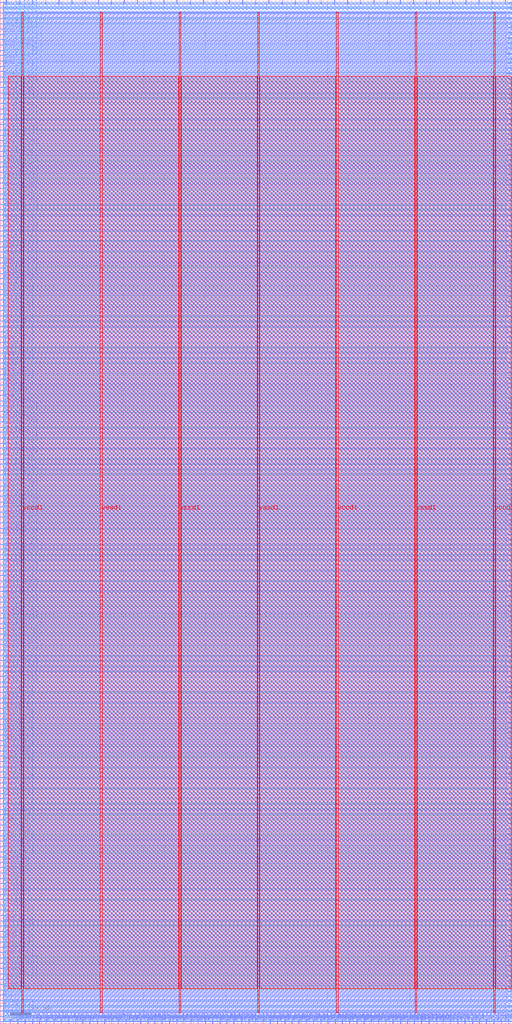
<source format=lef>
VERSION 5.7 ;
  NOWIREEXTENSIONATPIN ON ;
  DIVIDERCHAR "/" ;
  BUSBITCHARS "[]" ;
MACRO ExperiarCore
  CLASS BLOCK ;
  FOREIGN ExperiarCore ;
  ORIGIN 0.000 0.000 ;
  SIZE 500.000 BY 1000.000 ;
  PIN addr0[0]
    DIRECTION OUTPUT TRISTATE ;
    USE SIGNAL ;
    PORT
      LAYER met3 ;
        RECT 0.000 63.960 4.000 64.560 ;
    END
  END addr0[0]
  PIN addr0[1]
    DIRECTION OUTPUT TRISTATE ;
    USE SIGNAL ;
    PORT
      LAYER met3 ;
        RECT 0.000 69.400 4.000 70.000 ;
    END
  END addr0[1]
  PIN addr0[2]
    DIRECTION OUTPUT TRISTATE ;
    USE SIGNAL ;
    PORT
      LAYER met3 ;
        RECT 0.000 74.160 4.000 74.760 ;
    END
  END addr0[2]
  PIN addr0[3]
    DIRECTION OUTPUT TRISTATE ;
    USE SIGNAL ;
    PORT
      LAYER met3 ;
        RECT 0.000 79.600 4.000 80.200 ;
    END
  END addr0[3]
  PIN addr0[4]
    DIRECTION OUTPUT TRISTATE ;
    USE SIGNAL ;
    PORT
      LAYER met3 ;
        RECT 0.000 84.360 4.000 84.960 ;
    END
  END addr0[4]
  PIN addr0[5]
    DIRECTION OUTPUT TRISTATE ;
    USE SIGNAL ;
    PORT
      LAYER met3 ;
        RECT 0.000 89.800 4.000 90.400 ;
    END
  END addr0[5]
  PIN addr0[6]
    DIRECTION OUTPUT TRISTATE ;
    USE SIGNAL ;
    PORT
      LAYER met3 ;
        RECT 0.000 95.240 4.000 95.840 ;
    END
  END addr0[6]
  PIN addr0[7]
    DIRECTION OUTPUT TRISTATE ;
    USE SIGNAL ;
    PORT
      LAYER met3 ;
        RECT 0.000 100.000 4.000 100.600 ;
    END
  END addr0[7]
  PIN addr0[8]
    DIRECTION OUTPUT TRISTATE ;
    USE SIGNAL ;
    PORT
      LAYER met3 ;
        RECT 0.000 105.440 4.000 106.040 ;
    END
  END addr0[8]
  PIN addr1[0]
    DIRECTION OUTPUT TRISTATE ;
    USE SIGNAL ;
    PORT
      LAYER met3 ;
        RECT 0.000 623.600 4.000 624.200 ;
    END
  END addr1[0]
  PIN addr1[1]
    DIRECTION OUTPUT TRISTATE ;
    USE SIGNAL ;
    PORT
      LAYER met3 ;
        RECT 0.000 629.040 4.000 629.640 ;
    END
  END addr1[1]
  PIN addr1[2]
    DIRECTION OUTPUT TRISTATE ;
    USE SIGNAL ;
    PORT
      LAYER met3 ;
        RECT 0.000 633.800 4.000 634.400 ;
    END
  END addr1[2]
  PIN addr1[3]
    DIRECTION OUTPUT TRISTATE ;
    USE SIGNAL ;
    PORT
      LAYER met3 ;
        RECT 0.000 639.240 4.000 639.840 ;
    END
  END addr1[3]
  PIN addr1[4]
    DIRECTION OUTPUT TRISTATE ;
    USE SIGNAL ;
    PORT
      LAYER met3 ;
        RECT 0.000 644.680 4.000 645.280 ;
    END
  END addr1[4]
  PIN addr1[5]
    DIRECTION OUTPUT TRISTATE ;
    USE SIGNAL ;
    PORT
      LAYER met3 ;
        RECT 0.000 649.440 4.000 650.040 ;
    END
  END addr1[5]
  PIN addr1[6]
    DIRECTION OUTPUT TRISTATE ;
    USE SIGNAL ;
    PORT
      LAYER met3 ;
        RECT 0.000 654.880 4.000 655.480 ;
    END
  END addr1[6]
  PIN addr1[7]
    DIRECTION OUTPUT TRISTATE ;
    USE SIGNAL ;
    PORT
      LAYER met3 ;
        RECT 0.000 659.640 4.000 660.240 ;
    END
  END addr1[7]
  PIN addr1[8]
    DIRECTION OUTPUT TRISTATE ;
    USE SIGNAL ;
    PORT
      LAYER met3 ;
        RECT 0.000 665.080 4.000 665.680 ;
    END
  END addr1[8]
  PIN clk0
    DIRECTION OUTPUT TRISTATE ;
    USE SIGNAL ;
    PORT
      LAYER met3 ;
        RECT 0.000 22.480 4.000 23.080 ;
    END
  END clk0
  PIN clk1
    DIRECTION OUTPUT TRISTATE ;
    USE SIGNAL ;
    PORT
      LAYER met3 ;
        RECT 0.000 607.960 4.000 608.560 ;
    END
  END clk1
  PIN coreIndex[0]
    DIRECTION INPUT ;
    USE SIGNAL ;
    PORT
      LAYER met2 ;
        RECT 6.070 996.000 6.350 1000.000 ;
    END
  END coreIndex[0]
  PIN coreIndex[1]
    DIRECTION INPUT ;
    USE SIGNAL ;
    PORT
      LAYER met2 ;
        RECT 18.490 996.000 18.770 1000.000 ;
    END
  END coreIndex[1]
  PIN coreIndex[2]
    DIRECTION INPUT ;
    USE SIGNAL ;
    PORT
      LAYER met2 ;
        RECT 31.370 996.000 31.650 1000.000 ;
    END
  END coreIndex[2]
  PIN coreIndex[3]
    DIRECTION INPUT ;
    USE SIGNAL ;
    PORT
      LAYER met2 ;
        RECT 44.250 996.000 44.530 1000.000 ;
    END
  END coreIndex[3]
  PIN coreIndex[4]
    DIRECTION INPUT ;
    USE SIGNAL ;
    PORT
      LAYER met2 ;
        RECT 57.130 996.000 57.410 1000.000 ;
    END
  END coreIndex[4]
  PIN coreIndex[5]
    DIRECTION INPUT ;
    USE SIGNAL ;
    PORT
      LAYER met2 ;
        RECT 70.010 996.000 70.290 1000.000 ;
    END
  END coreIndex[5]
  PIN coreIndex[6]
    DIRECTION INPUT ;
    USE SIGNAL ;
    PORT
      LAYER met2 ;
        RECT 82.890 996.000 83.170 1000.000 ;
    END
  END coreIndex[6]
  PIN coreIndex[7]
    DIRECTION INPUT ;
    USE SIGNAL ;
    PORT
      LAYER met2 ;
        RECT 95.770 996.000 96.050 1000.000 ;
    END
  END coreIndex[7]
  PIN core_wb_ack_i
    DIRECTION INPUT ;
    USE SIGNAL ;
    PORT
      LAYER met3 ;
        RECT 496.000 11.600 500.000 12.200 ;
    END
  END core_wb_ack_i
  PIN core_wb_adr_o[0]
    DIRECTION OUTPUT TRISTATE ;
    USE SIGNAL ;
    PORT
      LAYER met3 ;
        RECT 496.000 41.520 500.000 42.120 ;
    END
  END core_wb_adr_o[0]
  PIN core_wb_adr_o[10]
    DIRECTION OUTPUT TRISTATE ;
    USE SIGNAL ;
    PORT
      LAYER met3 ;
        RECT 496.000 209.480 500.000 210.080 ;
    END
  END core_wb_adr_o[10]
  PIN core_wb_adr_o[11]
    DIRECTION OUTPUT TRISTATE ;
    USE SIGNAL ;
    PORT
      LAYER met3 ;
        RECT 496.000 224.440 500.000 225.040 ;
    END
  END core_wb_adr_o[11]
  PIN core_wb_adr_o[12]
    DIRECTION OUTPUT TRISTATE ;
    USE SIGNAL ;
    PORT
      LAYER met3 ;
        RECT 496.000 239.400 500.000 240.000 ;
    END
  END core_wb_adr_o[12]
  PIN core_wb_adr_o[13]
    DIRECTION OUTPUT TRISTATE ;
    USE SIGNAL ;
    PORT
      LAYER met3 ;
        RECT 496.000 254.360 500.000 254.960 ;
    END
  END core_wb_adr_o[13]
  PIN core_wb_adr_o[14]
    DIRECTION OUTPUT TRISTATE ;
    USE SIGNAL ;
    PORT
      LAYER met3 ;
        RECT 496.000 269.320 500.000 269.920 ;
    END
  END core_wb_adr_o[14]
  PIN core_wb_adr_o[15]
    DIRECTION OUTPUT TRISTATE ;
    USE SIGNAL ;
    PORT
      LAYER met3 ;
        RECT 496.000 284.280 500.000 284.880 ;
    END
  END core_wb_adr_o[15]
  PIN core_wb_adr_o[16]
    DIRECTION OUTPUT TRISTATE ;
    USE SIGNAL ;
    PORT
      LAYER met3 ;
        RECT 496.000 298.560 500.000 299.160 ;
    END
  END core_wb_adr_o[16]
  PIN core_wb_adr_o[17]
    DIRECTION OUTPUT TRISTATE ;
    USE SIGNAL ;
    PORT
      LAYER met3 ;
        RECT 496.000 313.520 500.000 314.120 ;
    END
  END core_wb_adr_o[17]
  PIN core_wb_adr_o[18]
    DIRECTION OUTPUT TRISTATE ;
    USE SIGNAL ;
    PORT
      LAYER met3 ;
        RECT 496.000 328.480 500.000 329.080 ;
    END
  END core_wb_adr_o[18]
  PIN core_wb_adr_o[19]
    DIRECTION OUTPUT TRISTATE ;
    USE SIGNAL ;
    PORT
      LAYER met3 ;
        RECT 496.000 343.440 500.000 344.040 ;
    END
  END core_wb_adr_o[19]
  PIN core_wb_adr_o[1]
    DIRECTION OUTPUT TRISTATE ;
    USE SIGNAL ;
    PORT
      LAYER met3 ;
        RECT 496.000 61.240 500.000 61.840 ;
    END
  END core_wb_adr_o[1]
  PIN core_wb_adr_o[20]
    DIRECTION OUTPUT TRISTATE ;
    USE SIGNAL ;
    PORT
      LAYER met3 ;
        RECT 496.000 358.400 500.000 359.000 ;
    END
  END core_wb_adr_o[20]
  PIN core_wb_adr_o[21]
    DIRECTION OUTPUT TRISTATE ;
    USE SIGNAL ;
    PORT
      LAYER met3 ;
        RECT 496.000 373.360 500.000 373.960 ;
    END
  END core_wb_adr_o[21]
  PIN core_wb_adr_o[22]
    DIRECTION OUTPUT TRISTATE ;
    USE SIGNAL ;
    PORT
      LAYER met3 ;
        RECT 496.000 388.320 500.000 388.920 ;
    END
  END core_wb_adr_o[22]
  PIN core_wb_adr_o[23]
    DIRECTION OUTPUT TRISTATE ;
    USE SIGNAL ;
    PORT
      LAYER met3 ;
        RECT 496.000 402.600 500.000 403.200 ;
    END
  END core_wb_adr_o[23]
  PIN core_wb_adr_o[24]
    DIRECTION OUTPUT TRISTATE ;
    USE SIGNAL ;
    PORT
      LAYER met3 ;
        RECT 496.000 417.560 500.000 418.160 ;
    END
  END core_wb_adr_o[24]
  PIN core_wb_adr_o[25]
    DIRECTION OUTPUT TRISTATE ;
    USE SIGNAL ;
    PORT
      LAYER met3 ;
        RECT 496.000 432.520 500.000 433.120 ;
    END
  END core_wb_adr_o[25]
  PIN core_wb_adr_o[26]
    DIRECTION OUTPUT TRISTATE ;
    USE SIGNAL ;
    PORT
      LAYER met3 ;
        RECT 496.000 447.480 500.000 448.080 ;
    END
  END core_wb_adr_o[26]
  PIN core_wb_adr_o[27]
    DIRECTION OUTPUT TRISTATE ;
    USE SIGNAL ;
    PORT
      LAYER met3 ;
        RECT 496.000 462.440 500.000 463.040 ;
    END
  END core_wb_adr_o[27]
  PIN core_wb_adr_o[2]
    DIRECTION OUTPUT TRISTATE ;
    USE SIGNAL ;
    PORT
      LAYER met3 ;
        RECT 496.000 80.960 500.000 81.560 ;
    END
  END core_wb_adr_o[2]
  PIN core_wb_adr_o[3]
    DIRECTION OUTPUT TRISTATE ;
    USE SIGNAL ;
    PORT
      LAYER met3 ;
        RECT 496.000 100.680 500.000 101.280 ;
    END
  END core_wb_adr_o[3]
  PIN core_wb_adr_o[4]
    DIRECTION OUTPUT TRISTATE ;
    USE SIGNAL ;
    PORT
      LAYER met3 ;
        RECT 496.000 120.400 500.000 121.000 ;
    END
  END core_wb_adr_o[4]
  PIN core_wb_adr_o[5]
    DIRECTION OUTPUT TRISTATE ;
    USE SIGNAL ;
    PORT
      LAYER met3 ;
        RECT 496.000 135.360 500.000 135.960 ;
    END
  END core_wb_adr_o[5]
  PIN core_wb_adr_o[6]
    DIRECTION OUTPUT TRISTATE ;
    USE SIGNAL ;
    PORT
      LAYER met3 ;
        RECT 496.000 150.320 500.000 150.920 ;
    END
  END core_wb_adr_o[6]
  PIN core_wb_adr_o[7]
    DIRECTION OUTPUT TRISTATE ;
    USE SIGNAL ;
    PORT
      LAYER met3 ;
        RECT 496.000 165.280 500.000 165.880 ;
    END
  END core_wb_adr_o[7]
  PIN core_wb_adr_o[8]
    DIRECTION OUTPUT TRISTATE ;
    USE SIGNAL ;
    PORT
      LAYER met3 ;
        RECT 496.000 180.240 500.000 180.840 ;
    END
  END core_wb_adr_o[8]
  PIN core_wb_adr_o[9]
    DIRECTION OUTPUT TRISTATE ;
    USE SIGNAL ;
    PORT
      LAYER met3 ;
        RECT 496.000 195.200 500.000 195.800 ;
    END
  END core_wb_adr_o[9]
  PIN core_wb_cyc_o
    DIRECTION OUTPUT TRISTATE ;
    USE SIGNAL ;
    PORT
      LAYER met3 ;
        RECT 496.000 16.360 500.000 16.960 ;
    END
  END core_wb_cyc_o
  PIN core_wb_data_i[0]
    DIRECTION INPUT ;
    USE SIGNAL ;
    PORT
      LAYER met3 ;
        RECT 496.000 46.280 500.000 46.880 ;
    END
  END core_wb_data_i[0]
  PIN core_wb_data_i[10]
    DIRECTION INPUT ;
    USE SIGNAL ;
    PORT
      LAYER met3 ;
        RECT 496.000 214.920 500.000 215.520 ;
    END
  END core_wb_data_i[10]
  PIN core_wb_data_i[11]
    DIRECTION INPUT ;
    USE SIGNAL ;
    PORT
      LAYER met3 ;
        RECT 496.000 229.200 500.000 229.800 ;
    END
  END core_wb_data_i[11]
  PIN core_wb_data_i[12]
    DIRECTION INPUT ;
    USE SIGNAL ;
    PORT
      LAYER met3 ;
        RECT 496.000 244.160 500.000 244.760 ;
    END
  END core_wb_data_i[12]
  PIN core_wb_data_i[13]
    DIRECTION INPUT ;
    USE SIGNAL ;
    PORT
      LAYER met3 ;
        RECT 496.000 259.120 500.000 259.720 ;
    END
  END core_wb_data_i[13]
  PIN core_wb_data_i[14]
    DIRECTION INPUT ;
    USE SIGNAL ;
    PORT
      LAYER met3 ;
        RECT 496.000 274.080 500.000 274.680 ;
    END
  END core_wb_data_i[14]
  PIN core_wb_data_i[15]
    DIRECTION INPUT ;
    USE SIGNAL ;
    PORT
      LAYER met3 ;
        RECT 496.000 289.040 500.000 289.640 ;
    END
  END core_wb_data_i[15]
  PIN core_wb_data_i[16]
    DIRECTION INPUT ;
    USE SIGNAL ;
    PORT
      LAYER met3 ;
        RECT 496.000 304.000 500.000 304.600 ;
    END
  END core_wb_data_i[16]
  PIN core_wb_data_i[17]
    DIRECTION INPUT ;
    USE SIGNAL ;
    PORT
      LAYER met3 ;
        RECT 496.000 318.960 500.000 319.560 ;
    END
  END core_wb_data_i[17]
  PIN core_wb_data_i[18]
    DIRECTION INPUT ;
    USE SIGNAL ;
    PORT
      LAYER met3 ;
        RECT 496.000 333.240 500.000 333.840 ;
    END
  END core_wb_data_i[18]
  PIN core_wb_data_i[19]
    DIRECTION INPUT ;
    USE SIGNAL ;
    PORT
      LAYER met3 ;
        RECT 496.000 348.200 500.000 348.800 ;
    END
  END core_wb_data_i[19]
  PIN core_wb_data_i[1]
    DIRECTION INPUT ;
    USE SIGNAL ;
    PORT
      LAYER met3 ;
        RECT 496.000 66.000 500.000 66.600 ;
    END
  END core_wb_data_i[1]
  PIN core_wb_data_i[20]
    DIRECTION INPUT ;
    USE SIGNAL ;
    PORT
      LAYER met3 ;
        RECT 496.000 363.160 500.000 363.760 ;
    END
  END core_wb_data_i[20]
  PIN core_wb_data_i[21]
    DIRECTION INPUT ;
    USE SIGNAL ;
    PORT
      LAYER met3 ;
        RECT 496.000 378.120 500.000 378.720 ;
    END
  END core_wb_data_i[21]
  PIN core_wb_data_i[22]
    DIRECTION INPUT ;
    USE SIGNAL ;
    PORT
      LAYER met3 ;
        RECT 496.000 393.080 500.000 393.680 ;
    END
  END core_wb_data_i[22]
  PIN core_wb_data_i[23]
    DIRECTION INPUT ;
    USE SIGNAL ;
    PORT
      LAYER met3 ;
        RECT 496.000 408.040 500.000 408.640 ;
    END
  END core_wb_data_i[23]
  PIN core_wb_data_i[24]
    DIRECTION INPUT ;
    USE SIGNAL ;
    PORT
      LAYER met3 ;
        RECT 496.000 422.320 500.000 422.920 ;
    END
  END core_wb_data_i[24]
  PIN core_wb_data_i[25]
    DIRECTION INPUT ;
    USE SIGNAL ;
    PORT
      LAYER met3 ;
        RECT 496.000 437.280 500.000 437.880 ;
    END
  END core_wb_data_i[25]
  PIN core_wb_data_i[26]
    DIRECTION INPUT ;
    USE SIGNAL ;
    PORT
      LAYER met3 ;
        RECT 496.000 452.240 500.000 452.840 ;
    END
  END core_wb_data_i[26]
  PIN core_wb_data_i[27]
    DIRECTION INPUT ;
    USE SIGNAL ;
    PORT
      LAYER met3 ;
        RECT 496.000 467.200 500.000 467.800 ;
    END
  END core_wb_data_i[27]
  PIN core_wb_data_i[28]
    DIRECTION INPUT ;
    USE SIGNAL ;
    PORT
      LAYER met3 ;
        RECT 496.000 477.400 500.000 478.000 ;
    END
  END core_wb_data_i[28]
  PIN core_wb_data_i[29]
    DIRECTION INPUT ;
    USE SIGNAL ;
    PORT
      LAYER met3 ;
        RECT 496.000 486.920 500.000 487.520 ;
    END
  END core_wb_data_i[29]
  PIN core_wb_data_i[2]
    DIRECTION INPUT ;
    USE SIGNAL ;
    PORT
      LAYER met3 ;
        RECT 496.000 85.720 500.000 86.320 ;
    END
  END core_wb_data_i[2]
  PIN core_wb_data_i[30]
    DIRECTION INPUT ;
    USE SIGNAL ;
    PORT
      LAYER met3 ;
        RECT 496.000 497.120 500.000 497.720 ;
    END
  END core_wb_data_i[30]
  PIN core_wb_data_i[31]
    DIRECTION INPUT ;
    USE SIGNAL ;
    PORT
      LAYER met3 ;
        RECT 496.000 506.640 500.000 507.240 ;
    END
  END core_wb_data_i[31]
  PIN core_wb_data_i[3]
    DIRECTION INPUT ;
    USE SIGNAL ;
    PORT
      LAYER met3 ;
        RECT 496.000 105.440 500.000 106.040 ;
    END
  END core_wb_data_i[3]
  PIN core_wb_data_i[4]
    DIRECTION INPUT ;
    USE SIGNAL ;
    PORT
      LAYER met3 ;
        RECT 496.000 125.840 500.000 126.440 ;
    END
  END core_wb_data_i[4]
  PIN core_wb_data_i[5]
    DIRECTION INPUT ;
    USE SIGNAL ;
    PORT
      LAYER met3 ;
        RECT 496.000 140.120 500.000 140.720 ;
    END
  END core_wb_data_i[5]
  PIN core_wb_data_i[6]
    DIRECTION INPUT ;
    USE SIGNAL ;
    PORT
      LAYER met3 ;
        RECT 496.000 155.080 500.000 155.680 ;
    END
  END core_wb_data_i[6]
  PIN core_wb_data_i[7]
    DIRECTION INPUT ;
    USE SIGNAL ;
    PORT
      LAYER met3 ;
        RECT 496.000 170.040 500.000 170.640 ;
    END
  END core_wb_data_i[7]
  PIN core_wb_data_i[8]
    DIRECTION INPUT ;
    USE SIGNAL ;
    PORT
      LAYER met3 ;
        RECT 496.000 185.000 500.000 185.600 ;
    END
  END core_wb_data_i[8]
  PIN core_wb_data_i[9]
    DIRECTION INPUT ;
    USE SIGNAL ;
    PORT
      LAYER met3 ;
        RECT 496.000 199.960 500.000 200.560 ;
    END
  END core_wb_data_i[9]
  PIN core_wb_data_o[0]
    DIRECTION OUTPUT TRISTATE ;
    USE SIGNAL ;
    PORT
      LAYER met3 ;
        RECT 496.000 51.040 500.000 51.640 ;
    END
  END core_wb_data_o[0]
  PIN core_wb_data_o[10]
    DIRECTION OUTPUT TRISTATE ;
    USE SIGNAL ;
    PORT
      LAYER met3 ;
        RECT 496.000 219.680 500.000 220.280 ;
    END
  END core_wb_data_o[10]
  PIN core_wb_data_o[11]
    DIRECTION OUTPUT TRISTATE ;
    USE SIGNAL ;
    PORT
      LAYER met3 ;
        RECT 496.000 234.640 500.000 235.240 ;
    END
  END core_wb_data_o[11]
  PIN core_wb_data_o[12]
    DIRECTION OUTPUT TRISTATE ;
    USE SIGNAL ;
    PORT
      LAYER met3 ;
        RECT 496.000 249.600 500.000 250.200 ;
    END
  END core_wb_data_o[12]
  PIN core_wb_data_o[13]
    DIRECTION OUTPUT TRISTATE ;
    USE SIGNAL ;
    PORT
      LAYER met3 ;
        RECT 496.000 263.880 500.000 264.480 ;
    END
  END core_wb_data_o[13]
  PIN core_wb_data_o[14]
    DIRECTION OUTPUT TRISTATE ;
    USE SIGNAL ;
    PORT
      LAYER met3 ;
        RECT 496.000 278.840 500.000 279.440 ;
    END
  END core_wb_data_o[14]
  PIN core_wb_data_o[15]
    DIRECTION OUTPUT TRISTATE ;
    USE SIGNAL ;
    PORT
      LAYER met3 ;
        RECT 496.000 293.800 500.000 294.400 ;
    END
  END core_wb_data_o[15]
  PIN core_wb_data_o[16]
    DIRECTION OUTPUT TRISTATE ;
    USE SIGNAL ;
    PORT
      LAYER met3 ;
        RECT 496.000 308.760 500.000 309.360 ;
    END
  END core_wb_data_o[16]
  PIN core_wb_data_o[17]
    DIRECTION OUTPUT TRISTATE ;
    USE SIGNAL ;
    PORT
      LAYER met3 ;
        RECT 496.000 323.720 500.000 324.320 ;
    END
  END core_wb_data_o[17]
  PIN core_wb_data_o[18]
    DIRECTION OUTPUT TRISTATE ;
    USE SIGNAL ;
    PORT
      LAYER met3 ;
        RECT 496.000 338.680 500.000 339.280 ;
    END
  END core_wb_data_o[18]
  PIN core_wb_data_o[19]
    DIRECTION OUTPUT TRISTATE ;
    USE SIGNAL ;
    PORT
      LAYER met3 ;
        RECT 496.000 353.640 500.000 354.240 ;
    END
  END core_wb_data_o[19]
  PIN core_wb_data_o[1]
    DIRECTION OUTPUT TRISTATE ;
    USE SIGNAL ;
    PORT
      LAYER met3 ;
        RECT 496.000 70.760 500.000 71.360 ;
    END
  END core_wb_data_o[1]
  PIN core_wb_data_o[20]
    DIRECTION OUTPUT TRISTATE ;
    USE SIGNAL ;
    PORT
      LAYER met3 ;
        RECT 496.000 367.920 500.000 368.520 ;
    END
  END core_wb_data_o[20]
  PIN core_wb_data_o[21]
    DIRECTION OUTPUT TRISTATE ;
    USE SIGNAL ;
    PORT
      LAYER met3 ;
        RECT 496.000 382.880 500.000 383.480 ;
    END
  END core_wb_data_o[21]
  PIN core_wb_data_o[22]
    DIRECTION OUTPUT TRISTATE ;
    USE SIGNAL ;
    PORT
      LAYER met3 ;
        RECT 496.000 397.840 500.000 398.440 ;
    END
  END core_wb_data_o[22]
  PIN core_wb_data_o[23]
    DIRECTION OUTPUT TRISTATE ;
    USE SIGNAL ;
    PORT
      LAYER met3 ;
        RECT 496.000 412.800 500.000 413.400 ;
    END
  END core_wb_data_o[23]
  PIN core_wb_data_o[24]
    DIRECTION OUTPUT TRISTATE ;
    USE SIGNAL ;
    PORT
      LAYER met3 ;
        RECT 496.000 427.760 500.000 428.360 ;
    END
  END core_wb_data_o[24]
  PIN core_wb_data_o[25]
    DIRECTION OUTPUT TRISTATE ;
    USE SIGNAL ;
    PORT
      LAYER met3 ;
        RECT 496.000 442.720 500.000 443.320 ;
    END
  END core_wb_data_o[25]
  PIN core_wb_data_o[26]
    DIRECTION OUTPUT TRISTATE ;
    USE SIGNAL ;
    PORT
      LAYER met3 ;
        RECT 496.000 457.000 500.000 457.600 ;
    END
  END core_wb_data_o[26]
  PIN core_wb_data_o[27]
    DIRECTION OUTPUT TRISTATE ;
    USE SIGNAL ;
    PORT
      LAYER met3 ;
        RECT 496.000 471.960 500.000 472.560 ;
    END
  END core_wb_data_o[27]
  PIN core_wb_data_o[28]
    DIRECTION OUTPUT TRISTATE ;
    USE SIGNAL ;
    PORT
      LAYER met3 ;
        RECT 496.000 482.160 500.000 482.760 ;
    END
  END core_wb_data_o[28]
  PIN core_wb_data_o[29]
    DIRECTION OUTPUT TRISTATE ;
    USE SIGNAL ;
    PORT
      LAYER met3 ;
        RECT 496.000 491.680 500.000 492.280 ;
    END
  END core_wb_data_o[29]
  PIN core_wb_data_o[2]
    DIRECTION OUTPUT TRISTATE ;
    USE SIGNAL ;
    PORT
      LAYER met3 ;
        RECT 496.000 91.160 500.000 91.760 ;
    END
  END core_wb_data_o[2]
  PIN core_wb_data_o[30]
    DIRECTION OUTPUT TRISTATE ;
    USE SIGNAL ;
    PORT
      LAYER met3 ;
        RECT 496.000 501.880 500.000 502.480 ;
    END
  END core_wb_data_o[30]
  PIN core_wb_data_o[31]
    DIRECTION OUTPUT TRISTATE ;
    USE SIGNAL ;
    PORT
      LAYER met3 ;
        RECT 496.000 512.080 500.000 512.680 ;
    END
  END core_wb_data_o[31]
  PIN core_wb_data_o[3]
    DIRECTION OUTPUT TRISTATE ;
    USE SIGNAL ;
    PORT
      LAYER met3 ;
        RECT 496.000 110.880 500.000 111.480 ;
    END
  END core_wb_data_o[3]
  PIN core_wb_data_o[4]
    DIRECTION OUTPUT TRISTATE ;
    USE SIGNAL ;
    PORT
      LAYER met3 ;
        RECT 496.000 130.600 500.000 131.200 ;
    END
  END core_wb_data_o[4]
  PIN core_wb_data_o[5]
    DIRECTION OUTPUT TRISTATE ;
    USE SIGNAL ;
    PORT
      LAYER met3 ;
        RECT 496.000 145.560 500.000 146.160 ;
    END
  END core_wb_data_o[5]
  PIN core_wb_data_o[6]
    DIRECTION OUTPUT TRISTATE ;
    USE SIGNAL ;
    PORT
      LAYER met3 ;
        RECT 496.000 160.520 500.000 161.120 ;
    END
  END core_wb_data_o[6]
  PIN core_wb_data_o[7]
    DIRECTION OUTPUT TRISTATE ;
    USE SIGNAL ;
    PORT
      LAYER met3 ;
        RECT 496.000 174.800 500.000 175.400 ;
    END
  END core_wb_data_o[7]
  PIN core_wb_data_o[8]
    DIRECTION OUTPUT TRISTATE ;
    USE SIGNAL ;
    PORT
      LAYER met3 ;
        RECT 496.000 189.760 500.000 190.360 ;
    END
  END core_wb_data_o[8]
  PIN core_wb_data_o[9]
    DIRECTION OUTPUT TRISTATE ;
    USE SIGNAL ;
    PORT
      LAYER met3 ;
        RECT 496.000 204.720 500.000 205.320 ;
    END
  END core_wb_data_o[9]
  PIN core_wb_error_i
    DIRECTION INPUT ;
    USE SIGNAL ;
    PORT
      LAYER met3 ;
        RECT 496.000 21.800 500.000 22.400 ;
    END
  END core_wb_error_i
  PIN core_wb_sel_o[0]
    DIRECTION OUTPUT TRISTATE ;
    USE SIGNAL ;
    PORT
      LAYER met3 ;
        RECT 496.000 56.480 500.000 57.080 ;
    END
  END core_wb_sel_o[0]
  PIN core_wb_sel_o[1]
    DIRECTION OUTPUT TRISTATE ;
    USE SIGNAL ;
    PORT
      LAYER met3 ;
        RECT 496.000 76.200 500.000 76.800 ;
    END
  END core_wb_sel_o[1]
  PIN core_wb_sel_o[2]
    DIRECTION OUTPUT TRISTATE ;
    USE SIGNAL ;
    PORT
      LAYER met3 ;
        RECT 496.000 95.920 500.000 96.520 ;
    END
  END core_wb_sel_o[2]
  PIN core_wb_sel_o[3]
    DIRECTION OUTPUT TRISTATE ;
    USE SIGNAL ;
    PORT
      LAYER met3 ;
        RECT 496.000 115.640 500.000 116.240 ;
    END
  END core_wb_sel_o[3]
  PIN core_wb_stall_i
    DIRECTION INPUT ;
    USE SIGNAL ;
    PORT
      LAYER met3 ;
        RECT 496.000 26.560 500.000 27.160 ;
    END
  END core_wb_stall_i
  PIN core_wb_stb_o
    DIRECTION OUTPUT TRISTATE ;
    USE SIGNAL ;
    PORT
      LAYER met3 ;
        RECT 496.000 31.320 500.000 31.920 ;
    END
  END core_wb_stb_o
  PIN core_wb_we_o
    DIRECTION OUTPUT TRISTATE ;
    USE SIGNAL ;
    PORT
      LAYER met3 ;
        RECT 496.000 36.080 500.000 36.680 ;
    END
  END core_wb_we_o
  PIN csb0[0]
    DIRECTION OUTPUT TRISTATE ;
    USE SIGNAL ;
    PORT
      LAYER met3 ;
        RECT 0.000 27.920 4.000 28.520 ;
    END
  END csb0[0]
  PIN csb0[1]
    DIRECTION OUTPUT TRISTATE ;
    USE SIGNAL ;
    PORT
      LAYER met3 ;
        RECT 0.000 32.680 4.000 33.280 ;
    END
  END csb0[1]
  PIN csb1[0]
    DIRECTION OUTPUT TRISTATE ;
    USE SIGNAL ;
    PORT
      LAYER met3 ;
        RECT 0.000 613.400 4.000 614.000 ;
    END
  END csb1[0]
  PIN csb1[1]
    DIRECTION OUTPUT TRISTATE ;
    USE SIGNAL ;
    PORT
      LAYER met3 ;
        RECT 0.000 618.160 4.000 618.760 ;
    END
  END csb1[1]
  PIN din0[0]
    DIRECTION OUTPUT TRISTATE ;
    USE SIGNAL ;
    PORT
      LAYER met3 ;
        RECT 0.000 110.880 4.000 111.480 ;
    END
  END din0[0]
  PIN din0[10]
    DIRECTION OUTPUT TRISTATE ;
    USE SIGNAL ;
    PORT
      LAYER met3 ;
        RECT 0.000 162.560 4.000 163.160 ;
    END
  END din0[10]
  PIN din0[11]
    DIRECTION OUTPUT TRISTATE ;
    USE SIGNAL ;
    PORT
      LAYER met3 ;
        RECT 0.000 167.320 4.000 167.920 ;
    END
  END din0[11]
  PIN din0[12]
    DIRECTION OUTPUT TRISTATE ;
    USE SIGNAL ;
    PORT
      LAYER met3 ;
        RECT 0.000 172.760 4.000 173.360 ;
    END
  END din0[12]
  PIN din0[13]
    DIRECTION OUTPUT TRISTATE ;
    USE SIGNAL ;
    PORT
      LAYER met3 ;
        RECT 0.000 178.200 4.000 178.800 ;
    END
  END din0[13]
  PIN din0[14]
    DIRECTION OUTPUT TRISTATE ;
    USE SIGNAL ;
    PORT
      LAYER met3 ;
        RECT 0.000 182.960 4.000 183.560 ;
    END
  END din0[14]
  PIN din0[15]
    DIRECTION OUTPUT TRISTATE ;
    USE SIGNAL ;
    PORT
      LAYER met3 ;
        RECT 0.000 188.400 4.000 189.000 ;
    END
  END din0[15]
  PIN din0[16]
    DIRECTION OUTPUT TRISTATE ;
    USE SIGNAL ;
    PORT
      LAYER met3 ;
        RECT 0.000 193.840 4.000 194.440 ;
    END
  END din0[16]
  PIN din0[17]
    DIRECTION OUTPUT TRISTATE ;
    USE SIGNAL ;
    PORT
      LAYER met3 ;
        RECT 0.000 198.600 4.000 199.200 ;
    END
  END din0[17]
  PIN din0[18]
    DIRECTION OUTPUT TRISTATE ;
    USE SIGNAL ;
    PORT
      LAYER met3 ;
        RECT 0.000 204.040 4.000 204.640 ;
    END
  END din0[18]
  PIN din0[19]
    DIRECTION OUTPUT TRISTATE ;
    USE SIGNAL ;
    PORT
      LAYER met3 ;
        RECT 0.000 208.800 4.000 209.400 ;
    END
  END din0[19]
  PIN din0[1]
    DIRECTION OUTPUT TRISTATE ;
    USE SIGNAL ;
    PORT
      LAYER met3 ;
        RECT 0.000 115.640 4.000 116.240 ;
    END
  END din0[1]
  PIN din0[20]
    DIRECTION OUTPUT TRISTATE ;
    USE SIGNAL ;
    PORT
      LAYER met3 ;
        RECT 0.000 214.240 4.000 214.840 ;
    END
  END din0[20]
  PIN din0[21]
    DIRECTION OUTPUT TRISTATE ;
    USE SIGNAL ;
    PORT
      LAYER met3 ;
        RECT 0.000 219.680 4.000 220.280 ;
    END
  END din0[21]
  PIN din0[22]
    DIRECTION OUTPUT TRISTATE ;
    USE SIGNAL ;
    PORT
      LAYER met3 ;
        RECT 0.000 224.440 4.000 225.040 ;
    END
  END din0[22]
  PIN din0[23]
    DIRECTION OUTPUT TRISTATE ;
    USE SIGNAL ;
    PORT
      LAYER met3 ;
        RECT 0.000 229.880 4.000 230.480 ;
    END
  END din0[23]
  PIN din0[24]
    DIRECTION OUTPUT TRISTATE ;
    USE SIGNAL ;
    PORT
      LAYER met3 ;
        RECT 0.000 234.640 4.000 235.240 ;
    END
  END din0[24]
  PIN din0[25]
    DIRECTION OUTPUT TRISTATE ;
    USE SIGNAL ;
    PORT
      LAYER met3 ;
        RECT 0.000 240.080 4.000 240.680 ;
    END
  END din0[25]
  PIN din0[26]
    DIRECTION OUTPUT TRISTATE ;
    USE SIGNAL ;
    PORT
      LAYER met3 ;
        RECT 0.000 245.520 4.000 246.120 ;
    END
  END din0[26]
  PIN din0[27]
    DIRECTION OUTPUT TRISTATE ;
    USE SIGNAL ;
    PORT
      LAYER met3 ;
        RECT 0.000 250.280 4.000 250.880 ;
    END
  END din0[27]
  PIN din0[28]
    DIRECTION OUTPUT TRISTATE ;
    USE SIGNAL ;
    PORT
      LAYER met3 ;
        RECT 0.000 255.720 4.000 256.320 ;
    END
  END din0[28]
  PIN din0[29]
    DIRECTION OUTPUT TRISTATE ;
    USE SIGNAL ;
    PORT
      LAYER met3 ;
        RECT 0.000 261.160 4.000 261.760 ;
    END
  END din0[29]
  PIN din0[2]
    DIRECTION OUTPUT TRISTATE ;
    USE SIGNAL ;
    PORT
      LAYER met3 ;
        RECT 0.000 121.080 4.000 121.680 ;
    END
  END din0[2]
  PIN din0[30]
    DIRECTION OUTPUT TRISTATE ;
    USE SIGNAL ;
    PORT
      LAYER met3 ;
        RECT 0.000 265.920 4.000 266.520 ;
    END
  END din0[30]
  PIN din0[31]
    DIRECTION OUTPUT TRISTATE ;
    USE SIGNAL ;
    PORT
      LAYER met3 ;
        RECT 0.000 271.360 4.000 271.960 ;
    END
  END din0[31]
  PIN din0[3]
    DIRECTION OUTPUT TRISTATE ;
    USE SIGNAL ;
    PORT
      LAYER met3 ;
        RECT 0.000 125.840 4.000 126.440 ;
    END
  END din0[3]
  PIN din0[4]
    DIRECTION OUTPUT TRISTATE ;
    USE SIGNAL ;
    PORT
      LAYER met3 ;
        RECT 0.000 131.280 4.000 131.880 ;
    END
  END din0[4]
  PIN din0[5]
    DIRECTION OUTPUT TRISTATE ;
    USE SIGNAL ;
    PORT
      LAYER met3 ;
        RECT 0.000 136.720 4.000 137.320 ;
    END
  END din0[5]
  PIN din0[6]
    DIRECTION OUTPUT TRISTATE ;
    USE SIGNAL ;
    PORT
      LAYER met3 ;
        RECT 0.000 141.480 4.000 142.080 ;
    END
  END din0[6]
  PIN din0[7]
    DIRECTION OUTPUT TRISTATE ;
    USE SIGNAL ;
    PORT
      LAYER met3 ;
        RECT 0.000 146.920 4.000 147.520 ;
    END
  END din0[7]
  PIN din0[8]
    DIRECTION OUTPUT TRISTATE ;
    USE SIGNAL ;
    PORT
      LAYER met3 ;
        RECT 0.000 152.360 4.000 152.960 ;
    END
  END din0[8]
  PIN din0[9]
    DIRECTION OUTPUT TRISTATE ;
    USE SIGNAL ;
    PORT
      LAYER met3 ;
        RECT 0.000 157.120 4.000 157.720 ;
    END
  END din0[9]
  PIN dout0[0]
    DIRECTION INPUT ;
    USE SIGNAL ;
    PORT
      LAYER met3 ;
        RECT 0.000 276.120 4.000 276.720 ;
    END
  END dout0[0]
  PIN dout0[10]
    DIRECTION INPUT ;
    USE SIGNAL ;
    PORT
      LAYER met3 ;
        RECT 0.000 328.480 4.000 329.080 ;
    END
  END dout0[10]
  PIN dout0[11]
    DIRECTION INPUT ;
    USE SIGNAL ;
    PORT
      LAYER met3 ;
        RECT 0.000 333.240 4.000 333.840 ;
    END
  END dout0[11]
  PIN dout0[12]
    DIRECTION INPUT ;
    USE SIGNAL ;
    PORT
      LAYER met3 ;
        RECT 0.000 338.680 4.000 339.280 ;
    END
  END dout0[12]
  PIN dout0[13]
    DIRECTION INPUT ;
    USE SIGNAL ;
    PORT
      LAYER met3 ;
        RECT 0.000 344.120 4.000 344.720 ;
    END
  END dout0[13]
  PIN dout0[14]
    DIRECTION INPUT ;
    USE SIGNAL ;
    PORT
      LAYER met3 ;
        RECT 0.000 348.880 4.000 349.480 ;
    END
  END dout0[14]
  PIN dout0[15]
    DIRECTION INPUT ;
    USE SIGNAL ;
    PORT
      LAYER met3 ;
        RECT 0.000 354.320 4.000 354.920 ;
    END
  END dout0[15]
  PIN dout0[16]
    DIRECTION INPUT ;
    USE SIGNAL ;
    PORT
      LAYER met3 ;
        RECT 0.000 359.080 4.000 359.680 ;
    END
  END dout0[16]
  PIN dout0[17]
    DIRECTION INPUT ;
    USE SIGNAL ;
    PORT
      LAYER met3 ;
        RECT 0.000 364.520 4.000 365.120 ;
    END
  END dout0[17]
  PIN dout0[18]
    DIRECTION INPUT ;
    USE SIGNAL ;
    PORT
      LAYER met3 ;
        RECT 0.000 369.960 4.000 370.560 ;
    END
  END dout0[18]
  PIN dout0[19]
    DIRECTION INPUT ;
    USE SIGNAL ;
    PORT
      LAYER met3 ;
        RECT 0.000 374.720 4.000 375.320 ;
    END
  END dout0[19]
  PIN dout0[1]
    DIRECTION INPUT ;
    USE SIGNAL ;
    PORT
      LAYER met3 ;
        RECT 0.000 281.560 4.000 282.160 ;
    END
  END dout0[1]
  PIN dout0[20]
    DIRECTION INPUT ;
    USE SIGNAL ;
    PORT
      LAYER met3 ;
        RECT 0.000 380.160 4.000 380.760 ;
    END
  END dout0[20]
  PIN dout0[21]
    DIRECTION INPUT ;
    USE SIGNAL ;
    PORT
      LAYER met3 ;
        RECT 0.000 385.600 4.000 386.200 ;
    END
  END dout0[21]
  PIN dout0[22]
    DIRECTION INPUT ;
    USE SIGNAL ;
    PORT
      LAYER met3 ;
        RECT 0.000 390.360 4.000 390.960 ;
    END
  END dout0[22]
  PIN dout0[23]
    DIRECTION INPUT ;
    USE SIGNAL ;
    PORT
      LAYER met3 ;
        RECT 0.000 395.800 4.000 396.400 ;
    END
  END dout0[23]
  PIN dout0[24]
    DIRECTION INPUT ;
    USE SIGNAL ;
    PORT
      LAYER met3 ;
        RECT 0.000 400.560 4.000 401.160 ;
    END
  END dout0[24]
  PIN dout0[25]
    DIRECTION INPUT ;
    USE SIGNAL ;
    PORT
      LAYER met3 ;
        RECT 0.000 406.000 4.000 406.600 ;
    END
  END dout0[25]
  PIN dout0[26]
    DIRECTION INPUT ;
    USE SIGNAL ;
    PORT
      LAYER met3 ;
        RECT 0.000 411.440 4.000 412.040 ;
    END
  END dout0[26]
  PIN dout0[27]
    DIRECTION INPUT ;
    USE SIGNAL ;
    PORT
      LAYER met3 ;
        RECT 0.000 416.200 4.000 416.800 ;
    END
  END dout0[27]
  PIN dout0[28]
    DIRECTION INPUT ;
    USE SIGNAL ;
    PORT
      LAYER met3 ;
        RECT 0.000 421.640 4.000 422.240 ;
    END
  END dout0[28]
  PIN dout0[29]
    DIRECTION INPUT ;
    USE SIGNAL ;
    PORT
      LAYER met3 ;
        RECT 0.000 426.400 4.000 427.000 ;
    END
  END dout0[29]
  PIN dout0[2]
    DIRECTION INPUT ;
    USE SIGNAL ;
    PORT
      LAYER met3 ;
        RECT 0.000 287.000 4.000 287.600 ;
    END
  END dout0[2]
  PIN dout0[30]
    DIRECTION INPUT ;
    USE SIGNAL ;
    PORT
      LAYER met3 ;
        RECT 0.000 431.840 4.000 432.440 ;
    END
  END dout0[30]
  PIN dout0[31]
    DIRECTION INPUT ;
    USE SIGNAL ;
    PORT
      LAYER met3 ;
        RECT 0.000 437.280 4.000 437.880 ;
    END
  END dout0[31]
  PIN dout0[32]
    DIRECTION INPUT ;
    USE SIGNAL ;
    PORT
      LAYER met3 ;
        RECT 0.000 442.040 4.000 442.640 ;
    END
  END dout0[32]
  PIN dout0[33]
    DIRECTION INPUT ;
    USE SIGNAL ;
    PORT
      LAYER met3 ;
        RECT 0.000 447.480 4.000 448.080 ;
    END
  END dout0[33]
  PIN dout0[34]
    DIRECTION INPUT ;
    USE SIGNAL ;
    PORT
      LAYER met3 ;
        RECT 0.000 452.920 4.000 453.520 ;
    END
  END dout0[34]
  PIN dout0[35]
    DIRECTION INPUT ;
    USE SIGNAL ;
    PORT
      LAYER met3 ;
        RECT 0.000 457.680 4.000 458.280 ;
    END
  END dout0[35]
  PIN dout0[36]
    DIRECTION INPUT ;
    USE SIGNAL ;
    PORT
      LAYER met3 ;
        RECT 0.000 463.120 4.000 463.720 ;
    END
  END dout0[36]
  PIN dout0[37]
    DIRECTION INPUT ;
    USE SIGNAL ;
    PORT
      LAYER met3 ;
        RECT 0.000 467.880 4.000 468.480 ;
    END
  END dout0[37]
  PIN dout0[38]
    DIRECTION INPUT ;
    USE SIGNAL ;
    PORT
      LAYER met3 ;
        RECT 0.000 473.320 4.000 473.920 ;
    END
  END dout0[38]
  PIN dout0[39]
    DIRECTION INPUT ;
    USE SIGNAL ;
    PORT
      LAYER met3 ;
        RECT 0.000 478.760 4.000 479.360 ;
    END
  END dout0[39]
  PIN dout0[3]
    DIRECTION INPUT ;
    USE SIGNAL ;
    PORT
      LAYER met3 ;
        RECT 0.000 291.760 4.000 292.360 ;
    END
  END dout0[3]
  PIN dout0[40]
    DIRECTION INPUT ;
    USE SIGNAL ;
    PORT
      LAYER met3 ;
        RECT 0.000 483.520 4.000 484.120 ;
    END
  END dout0[40]
  PIN dout0[41]
    DIRECTION INPUT ;
    USE SIGNAL ;
    PORT
      LAYER met3 ;
        RECT 0.000 488.960 4.000 489.560 ;
    END
  END dout0[41]
  PIN dout0[42]
    DIRECTION INPUT ;
    USE SIGNAL ;
    PORT
      LAYER met3 ;
        RECT 0.000 494.400 4.000 495.000 ;
    END
  END dout0[42]
  PIN dout0[43]
    DIRECTION INPUT ;
    USE SIGNAL ;
    PORT
      LAYER met3 ;
        RECT 0.000 499.160 4.000 499.760 ;
    END
  END dout0[43]
  PIN dout0[44]
    DIRECTION INPUT ;
    USE SIGNAL ;
    PORT
      LAYER met3 ;
        RECT 0.000 504.600 4.000 505.200 ;
    END
  END dout0[44]
  PIN dout0[45]
    DIRECTION INPUT ;
    USE SIGNAL ;
    PORT
      LAYER met3 ;
        RECT 0.000 509.360 4.000 509.960 ;
    END
  END dout0[45]
  PIN dout0[46]
    DIRECTION INPUT ;
    USE SIGNAL ;
    PORT
      LAYER met3 ;
        RECT 0.000 514.800 4.000 515.400 ;
    END
  END dout0[46]
  PIN dout0[47]
    DIRECTION INPUT ;
    USE SIGNAL ;
    PORT
      LAYER met3 ;
        RECT 0.000 520.240 4.000 520.840 ;
    END
  END dout0[47]
  PIN dout0[48]
    DIRECTION INPUT ;
    USE SIGNAL ;
    PORT
      LAYER met3 ;
        RECT 0.000 525.000 4.000 525.600 ;
    END
  END dout0[48]
  PIN dout0[49]
    DIRECTION INPUT ;
    USE SIGNAL ;
    PORT
      LAYER met3 ;
        RECT 0.000 530.440 4.000 531.040 ;
    END
  END dout0[49]
  PIN dout0[4]
    DIRECTION INPUT ;
    USE SIGNAL ;
    PORT
      LAYER met3 ;
        RECT 0.000 297.200 4.000 297.800 ;
    END
  END dout0[4]
  PIN dout0[50]
    DIRECTION INPUT ;
    USE SIGNAL ;
    PORT
      LAYER met3 ;
        RECT 0.000 535.880 4.000 536.480 ;
    END
  END dout0[50]
  PIN dout0[51]
    DIRECTION INPUT ;
    USE SIGNAL ;
    PORT
      LAYER met3 ;
        RECT 0.000 540.640 4.000 541.240 ;
    END
  END dout0[51]
  PIN dout0[52]
    DIRECTION INPUT ;
    USE SIGNAL ;
    PORT
      LAYER met3 ;
        RECT 0.000 546.080 4.000 546.680 ;
    END
  END dout0[52]
  PIN dout0[53]
    DIRECTION INPUT ;
    USE SIGNAL ;
    PORT
      LAYER met3 ;
        RECT 0.000 550.840 4.000 551.440 ;
    END
  END dout0[53]
  PIN dout0[54]
    DIRECTION INPUT ;
    USE SIGNAL ;
    PORT
      LAYER met3 ;
        RECT 0.000 556.280 4.000 556.880 ;
    END
  END dout0[54]
  PIN dout0[55]
    DIRECTION INPUT ;
    USE SIGNAL ;
    PORT
      LAYER met3 ;
        RECT 0.000 561.720 4.000 562.320 ;
    END
  END dout0[55]
  PIN dout0[56]
    DIRECTION INPUT ;
    USE SIGNAL ;
    PORT
      LAYER met3 ;
        RECT 0.000 566.480 4.000 567.080 ;
    END
  END dout0[56]
  PIN dout0[57]
    DIRECTION INPUT ;
    USE SIGNAL ;
    PORT
      LAYER met3 ;
        RECT 0.000 571.920 4.000 572.520 ;
    END
  END dout0[57]
  PIN dout0[58]
    DIRECTION INPUT ;
    USE SIGNAL ;
    PORT
      LAYER met3 ;
        RECT 0.000 577.360 4.000 577.960 ;
    END
  END dout0[58]
  PIN dout0[59]
    DIRECTION INPUT ;
    USE SIGNAL ;
    PORT
      LAYER met3 ;
        RECT 0.000 582.120 4.000 582.720 ;
    END
  END dout0[59]
  PIN dout0[5]
    DIRECTION INPUT ;
    USE SIGNAL ;
    PORT
      LAYER met3 ;
        RECT 0.000 302.640 4.000 303.240 ;
    END
  END dout0[5]
  PIN dout0[60]
    DIRECTION INPUT ;
    USE SIGNAL ;
    PORT
      LAYER met3 ;
        RECT 0.000 587.560 4.000 588.160 ;
    END
  END dout0[60]
  PIN dout0[61]
    DIRECTION INPUT ;
    USE SIGNAL ;
    PORT
      LAYER met3 ;
        RECT 0.000 592.320 4.000 592.920 ;
    END
  END dout0[61]
  PIN dout0[62]
    DIRECTION INPUT ;
    USE SIGNAL ;
    PORT
      LAYER met3 ;
        RECT 0.000 597.760 4.000 598.360 ;
    END
  END dout0[62]
  PIN dout0[63]
    DIRECTION INPUT ;
    USE SIGNAL ;
    PORT
      LAYER met3 ;
        RECT 0.000 603.200 4.000 603.800 ;
    END
  END dout0[63]
  PIN dout0[6]
    DIRECTION INPUT ;
    USE SIGNAL ;
    PORT
      LAYER met3 ;
        RECT 0.000 307.400 4.000 308.000 ;
    END
  END dout0[6]
  PIN dout0[7]
    DIRECTION INPUT ;
    USE SIGNAL ;
    PORT
      LAYER met3 ;
        RECT 0.000 312.840 4.000 313.440 ;
    END
  END dout0[7]
  PIN dout0[8]
    DIRECTION INPUT ;
    USE SIGNAL ;
    PORT
      LAYER met3 ;
        RECT 0.000 317.600 4.000 318.200 ;
    END
  END dout0[8]
  PIN dout0[9]
    DIRECTION INPUT ;
    USE SIGNAL ;
    PORT
      LAYER met3 ;
        RECT 0.000 323.040 4.000 323.640 ;
    END
  END dout0[9]
  PIN dout1[0]
    DIRECTION INPUT ;
    USE SIGNAL ;
    PORT
      LAYER met3 ;
        RECT 0.000 670.520 4.000 671.120 ;
    END
  END dout1[0]
  PIN dout1[10]
    DIRECTION INPUT ;
    USE SIGNAL ;
    PORT
      LAYER met3 ;
        RECT 0.000 722.200 4.000 722.800 ;
    END
  END dout1[10]
  PIN dout1[11]
    DIRECTION INPUT ;
    USE SIGNAL ;
    PORT
      LAYER met3 ;
        RECT 0.000 727.640 4.000 728.240 ;
    END
  END dout1[11]
  PIN dout1[12]
    DIRECTION INPUT ;
    USE SIGNAL ;
    PORT
      LAYER met3 ;
        RECT 0.000 732.400 4.000 733.000 ;
    END
  END dout1[12]
  PIN dout1[13]
    DIRECTION INPUT ;
    USE SIGNAL ;
    PORT
      LAYER met3 ;
        RECT 0.000 737.840 4.000 738.440 ;
    END
  END dout1[13]
  PIN dout1[14]
    DIRECTION INPUT ;
    USE SIGNAL ;
    PORT
      LAYER met3 ;
        RECT 0.000 742.600 4.000 743.200 ;
    END
  END dout1[14]
  PIN dout1[15]
    DIRECTION INPUT ;
    USE SIGNAL ;
    PORT
      LAYER met3 ;
        RECT 0.000 748.040 4.000 748.640 ;
    END
  END dout1[15]
  PIN dout1[16]
    DIRECTION INPUT ;
    USE SIGNAL ;
    PORT
      LAYER met3 ;
        RECT 0.000 753.480 4.000 754.080 ;
    END
  END dout1[16]
  PIN dout1[17]
    DIRECTION INPUT ;
    USE SIGNAL ;
    PORT
      LAYER met3 ;
        RECT 0.000 758.240 4.000 758.840 ;
    END
  END dout1[17]
  PIN dout1[18]
    DIRECTION INPUT ;
    USE SIGNAL ;
    PORT
      LAYER met3 ;
        RECT 0.000 763.680 4.000 764.280 ;
    END
  END dout1[18]
  PIN dout1[19]
    DIRECTION INPUT ;
    USE SIGNAL ;
    PORT
      LAYER met3 ;
        RECT 0.000 769.120 4.000 769.720 ;
    END
  END dout1[19]
  PIN dout1[1]
    DIRECTION INPUT ;
    USE SIGNAL ;
    PORT
      LAYER met3 ;
        RECT 0.000 675.280 4.000 675.880 ;
    END
  END dout1[1]
  PIN dout1[20]
    DIRECTION INPUT ;
    USE SIGNAL ;
    PORT
      LAYER met3 ;
        RECT 0.000 773.880 4.000 774.480 ;
    END
  END dout1[20]
  PIN dout1[21]
    DIRECTION INPUT ;
    USE SIGNAL ;
    PORT
      LAYER met3 ;
        RECT 0.000 779.320 4.000 779.920 ;
    END
  END dout1[21]
  PIN dout1[22]
    DIRECTION INPUT ;
    USE SIGNAL ;
    PORT
      LAYER met3 ;
        RECT 0.000 784.080 4.000 784.680 ;
    END
  END dout1[22]
  PIN dout1[23]
    DIRECTION INPUT ;
    USE SIGNAL ;
    PORT
      LAYER met3 ;
        RECT 0.000 789.520 4.000 790.120 ;
    END
  END dout1[23]
  PIN dout1[24]
    DIRECTION INPUT ;
    USE SIGNAL ;
    PORT
      LAYER met3 ;
        RECT 0.000 794.960 4.000 795.560 ;
    END
  END dout1[24]
  PIN dout1[25]
    DIRECTION INPUT ;
    USE SIGNAL ;
    PORT
      LAYER met3 ;
        RECT 0.000 799.720 4.000 800.320 ;
    END
  END dout1[25]
  PIN dout1[26]
    DIRECTION INPUT ;
    USE SIGNAL ;
    PORT
      LAYER met3 ;
        RECT 0.000 805.160 4.000 805.760 ;
    END
  END dout1[26]
  PIN dout1[27]
    DIRECTION INPUT ;
    USE SIGNAL ;
    PORT
      LAYER met3 ;
        RECT 0.000 809.920 4.000 810.520 ;
    END
  END dout1[27]
  PIN dout1[28]
    DIRECTION INPUT ;
    USE SIGNAL ;
    PORT
      LAYER met3 ;
        RECT 0.000 815.360 4.000 815.960 ;
    END
  END dout1[28]
  PIN dout1[29]
    DIRECTION INPUT ;
    USE SIGNAL ;
    PORT
      LAYER met3 ;
        RECT 0.000 820.800 4.000 821.400 ;
    END
  END dout1[29]
  PIN dout1[2]
    DIRECTION INPUT ;
    USE SIGNAL ;
    PORT
      LAYER met3 ;
        RECT 0.000 680.720 4.000 681.320 ;
    END
  END dout1[2]
  PIN dout1[30]
    DIRECTION INPUT ;
    USE SIGNAL ;
    PORT
      LAYER met3 ;
        RECT 0.000 825.560 4.000 826.160 ;
    END
  END dout1[30]
  PIN dout1[31]
    DIRECTION INPUT ;
    USE SIGNAL ;
    PORT
      LAYER met3 ;
        RECT 0.000 831.000 4.000 831.600 ;
    END
  END dout1[31]
  PIN dout1[32]
    DIRECTION INPUT ;
    USE SIGNAL ;
    PORT
      LAYER met3 ;
        RECT 0.000 836.440 4.000 837.040 ;
    END
  END dout1[32]
  PIN dout1[33]
    DIRECTION INPUT ;
    USE SIGNAL ;
    PORT
      LAYER met3 ;
        RECT 0.000 841.200 4.000 841.800 ;
    END
  END dout1[33]
  PIN dout1[34]
    DIRECTION INPUT ;
    USE SIGNAL ;
    PORT
      LAYER met3 ;
        RECT 0.000 846.640 4.000 847.240 ;
    END
  END dout1[34]
  PIN dout1[35]
    DIRECTION INPUT ;
    USE SIGNAL ;
    PORT
      LAYER met3 ;
        RECT 0.000 851.400 4.000 852.000 ;
    END
  END dout1[35]
  PIN dout1[36]
    DIRECTION INPUT ;
    USE SIGNAL ;
    PORT
      LAYER met3 ;
        RECT 0.000 856.840 4.000 857.440 ;
    END
  END dout1[36]
  PIN dout1[37]
    DIRECTION INPUT ;
    USE SIGNAL ;
    PORT
      LAYER met3 ;
        RECT 0.000 862.280 4.000 862.880 ;
    END
  END dout1[37]
  PIN dout1[38]
    DIRECTION INPUT ;
    USE SIGNAL ;
    PORT
      LAYER met3 ;
        RECT 0.000 867.040 4.000 867.640 ;
    END
  END dout1[38]
  PIN dout1[39]
    DIRECTION INPUT ;
    USE SIGNAL ;
    PORT
      LAYER met3 ;
        RECT 0.000 872.480 4.000 873.080 ;
    END
  END dout1[39]
  PIN dout1[3]
    DIRECTION INPUT ;
    USE SIGNAL ;
    PORT
      LAYER met3 ;
        RECT 0.000 686.160 4.000 686.760 ;
    END
  END dout1[3]
  PIN dout1[40]
    DIRECTION INPUT ;
    USE SIGNAL ;
    PORT
      LAYER met3 ;
        RECT 0.000 877.920 4.000 878.520 ;
    END
  END dout1[40]
  PIN dout1[41]
    DIRECTION INPUT ;
    USE SIGNAL ;
    PORT
      LAYER met3 ;
        RECT 0.000 882.680 4.000 883.280 ;
    END
  END dout1[41]
  PIN dout1[42]
    DIRECTION INPUT ;
    USE SIGNAL ;
    PORT
      LAYER met3 ;
        RECT 0.000 888.120 4.000 888.720 ;
    END
  END dout1[42]
  PIN dout1[43]
    DIRECTION INPUT ;
    USE SIGNAL ;
    PORT
      LAYER met3 ;
        RECT 0.000 892.880 4.000 893.480 ;
    END
  END dout1[43]
  PIN dout1[44]
    DIRECTION INPUT ;
    USE SIGNAL ;
    PORT
      LAYER met3 ;
        RECT 0.000 898.320 4.000 898.920 ;
    END
  END dout1[44]
  PIN dout1[45]
    DIRECTION INPUT ;
    USE SIGNAL ;
    PORT
      LAYER met3 ;
        RECT 0.000 903.760 4.000 904.360 ;
    END
  END dout1[45]
  PIN dout1[46]
    DIRECTION INPUT ;
    USE SIGNAL ;
    PORT
      LAYER met3 ;
        RECT 0.000 908.520 4.000 909.120 ;
    END
  END dout1[46]
  PIN dout1[47]
    DIRECTION INPUT ;
    USE SIGNAL ;
    PORT
      LAYER met3 ;
        RECT 0.000 913.960 4.000 914.560 ;
    END
  END dout1[47]
  PIN dout1[48]
    DIRECTION INPUT ;
    USE SIGNAL ;
    PORT
      LAYER met3 ;
        RECT 0.000 919.400 4.000 920.000 ;
    END
  END dout1[48]
  PIN dout1[49]
    DIRECTION INPUT ;
    USE SIGNAL ;
    PORT
      LAYER met3 ;
        RECT 0.000 924.160 4.000 924.760 ;
    END
  END dout1[49]
  PIN dout1[4]
    DIRECTION INPUT ;
    USE SIGNAL ;
    PORT
      LAYER met3 ;
        RECT 0.000 690.920 4.000 691.520 ;
    END
  END dout1[4]
  PIN dout1[50]
    DIRECTION INPUT ;
    USE SIGNAL ;
    PORT
      LAYER met3 ;
        RECT 0.000 929.600 4.000 930.200 ;
    END
  END dout1[50]
  PIN dout1[51]
    DIRECTION INPUT ;
    USE SIGNAL ;
    PORT
      LAYER met3 ;
        RECT 0.000 934.360 4.000 934.960 ;
    END
  END dout1[51]
  PIN dout1[52]
    DIRECTION INPUT ;
    USE SIGNAL ;
    PORT
      LAYER met3 ;
        RECT 0.000 939.800 4.000 940.400 ;
    END
  END dout1[52]
  PIN dout1[53]
    DIRECTION INPUT ;
    USE SIGNAL ;
    PORT
      LAYER met3 ;
        RECT 0.000 945.240 4.000 945.840 ;
    END
  END dout1[53]
  PIN dout1[54]
    DIRECTION INPUT ;
    USE SIGNAL ;
    PORT
      LAYER met3 ;
        RECT 0.000 950.000 4.000 950.600 ;
    END
  END dout1[54]
  PIN dout1[55]
    DIRECTION INPUT ;
    USE SIGNAL ;
    PORT
      LAYER met3 ;
        RECT 0.000 955.440 4.000 956.040 ;
    END
  END dout1[55]
  PIN dout1[56]
    DIRECTION INPUT ;
    USE SIGNAL ;
    PORT
      LAYER met3 ;
        RECT 0.000 960.880 4.000 961.480 ;
    END
  END dout1[56]
  PIN dout1[57]
    DIRECTION INPUT ;
    USE SIGNAL ;
    PORT
      LAYER met3 ;
        RECT 0.000 965.640 4.000 966.240 ;
    END
  END dout1[57]
  PIN dout1[58]
    DIRECTION INPUT ;
    USE SIGNAL ;
    PORT
      LAYER met3 ;
        RECT 0.000 971.080 4.000 971.680 ;
    END
  END dout1[58]
  PIN dout1[59]
    DIRECTION INPUT ;
    USE SIGNAL ;
    PORT
      LAYER met3 ;
        RECT 0.000 975.840 4.000 976.440 ;
    END
  END dout1[59]
  PIN dout1[5]
    DIRECTION INPUT ;
    USE SIGNAL ;
    PORT
      LAYER met3 ;
        RECT 0.000 696.360 4.000 696.960 ;
    END
  END dout1[5]
  PIN dout1[60]
    DIRECTION INPUT ;
    USE SIGNAL ;
    PORT
      LAYER met3 ;
        RECT 0.000 981.280 4.000 981.880 ;
    END
  END dout1[60]
  PIN dout1[61]
    DIRECTION INPUT ;
    USE SIGNAL ;
    PORT
      LAYER met3 ;
        RECT 0.000 986.720 4.000 987.320 ;
    END
  END dout1[61]
  PIN dout1[62]
    DIRECTION INPUT ;
    USE SIGNAL ;
    PORT
      LAYER met3 ;
        RECT 0.000 991.480 4.000 992.080 ;
    END
  END dout1[62]
  PIN dout1[63]
    DIRECTION INPUT ;
    USE SIGNAL ;
    PORT
      LAYER met3 ;
        RECT 0.000 996.920 4.000 997.520 ;
    END
  END dout1[63]
  PIN dout1[6]
    DIRECTION INPUT ;
    USE SIGNAL ;
    PORT
      LAYER met3 ;
        RECT 0.000 701.120 4.000 701.720 ;
    END
  END dout1[6]
  PIN dout1[7]
    DIRECTION INPUT ;
    USE SIGNAL ;
    PORT
      LAYER met3 ;
        RECT 0.000 706.560 4.000 707.160 ;
    END
  END dout1[7]
  PIN dout1[8]
    DIRECTION INPUT ;
    USE SIGNAL ;
    PORT
      LAYER met3 ;
        RECT 0.000 712.000 4.000 712.600 ;
    END
  END dout1[8]
  PIN dout1[9]
    DIRECTION INPUT ;
    USE SIGNAL ;
    PORT
      LAYER met3 ;
        RECT 0.000 716.760 4.000 717.360 ;
    END
  END dout1[9]
  PIN irq[0]
    DIRECTION INPUT ;
    USE SIGNAL ;
    PORT
      LAYER met2 ;
        RECT 390.630 0.000 390.910 4.000 ;
    END
  END irq[0]
  PIN irq[10]
    DIRECTION INPUT ;
    USE SIGNAL ;
    PORT
      LAYER met2 ;
        RECT 461.010 0.000 461.290 4.000 ;
    END
  END irq[10]
  PIN irq[11]
    DIRECTION INPUT ;
    USE SIGNAL ;
    PORT
      LAYER met2 ;
        RECT 467.910 0.000 468.190 4.000 ;
    END
  END irq[11]
  PIN irq[12]
    DIRECTION INPUT ;
    USE SIGNAL ;
    PORT
      LAYER met2 ;
        RECT 474.810 0.000 475.090 4.000 ;
    END
  END irq[12]
  PIN irq[13]
    DIRECTION INPUT ;
    USE SIGNAL ;
    PORT
      LAYER met2 ;
        RECT 482.170 0.000 482.450 4.000 ;
    END
  END irq[13]
  PIN irq[14]
    DIRECTION INPUT ;
    USE SIGNAL ;
    PORT
      LAYER met2 ;
        RECT 489.070 0.000 489.350 4.000 ;
    END
  END irq[14]
  PIN irq[15]
    DIRECTION INPUT ;
    USE SIGNAL ;
    PORT
      LAYER met2 ;
        RECT 495.970 0.000 496.250 4.000 ;
    END
  END irq[15]
  PIN irq[1]
    DIRECTION INPUT ;
    USE SIGNAL ;
    PORT
      LAYER met2 ;
        RECT 397.530 0.000 397.810 4.000 ;
    END
  END irq[1]
  PIN irq[2]
    DIRECTION INPUT ;
    USE SIGNAL ;
    PORT
      LAYER met2 ;
        RECT 404.430 0.000 404.710 4.000 ;
    END
  END irq[2]
  PIN irq[3]
    DIRECTION INPUT ;
    USE SIGNAL ;
    PORT
      LAYER met2 ;
        RECT 411.330 0.000 411.610 4.000 ;
    END
  END irq[3]
  PIN irq[4]
    DIRECTION INPUT ;
    USE SIGNAL ;
    PORT
      LAYER met2 ;
        RECT 418.690 0.000 418.970 4.000 ;
    END
  END irq[4]
  PIN irq[5]
    DIRECTION INPUT ;
    USE SIGNAL ;
    PORT
      LAYER met2 ;
        RECT 425.590 0.000 425.870 4.000 ;
    END
  END irq[5]
  PIN irq[6]
    DIRECTION INPUT ;
    USE SIGNAL ;
    PORT
      LAYER met2 ;
        RECT 432.490 0.000 432.770 4.000 ;
    END
  END irq[6]
  PIN irq[7]
    DIRECTION INPUT ;
    USE SIGNAL ;
    PORT
      LAYER met2 ;
        RECT 439.850 0.000 440.130 4.000 ;
    END
  END irq[7]
  PIN irq[8]
    DIRECTION INPUT ;
    USE SIGNAL ;
    PORT
      LAYER met2 ;
        RECT 446.750 0.000 447.030 4.000 ;
    END
  END irq[8]
  PIN irq[9]
    DIRECTION INPUT ;
    USE SIGNAL ;
    PORT
      LAYER met2 ;
        RECT 453.650 0.000 453.930 4.000 ;
    END
  END irq[9]
  PIN jtag_tck
    DIRECTION INPUT ;
    USE SIGNAL ;
    PORT
      LAYER met3 ;
        RECT 0.000 2.080 4.000 2.680 ;
    END
  END jtag_tck
  PIN jtag_tdi
    DIRECTION INPUT ;
    USE SIGNAL ;
    PORT
      LAYER met3 ;
        RECT 0.000 6.840 4.000 7.440 ;
    END
  END jtag_tdi
  PIN jtag_tdo
    DIRECTION OUTPUT TRISTATE ;
    USE SIGNAL ;
    PORT
      LAYER met3 ;
        RECT 0.000 12.280 4.000 12.880 ;
    END
  END jtag_tdo
  PIN jtag_tms
    DIRECTION INPUT ;
    USE SIGNAL ;
    PORT
      LAYER met3 ;
        RECT 0.000 17.040 4.000 17.640 ;
    END
  END jtag_tms
  PIN localMemory_wb_ack_o
    DIRECTION OUTPUT TRISTATE ;
    USE SIGNAL ;
    PORT
      LAYER met3 ;
        RECT 496.000 516.840 500.000 517.440 ;
    END
  END localMemory_wb_ack_o
  PIN localMemory_wb_adr_i[0]
    DIRECTION INPUT ;
    USE SIGNAL ;
    PORT
      LAYER met3 ;
        RECT 496.000 546.760 500.000 547.360 ;
    END
  END localMemory_wb_adr_i[0]
  PIN localMemory_wb_adr_i[10]
    DIRECTION INPUT ;
    USE SIGNAL ;
    PORT
      LAYER met3 ;
        RECT 496.000 714.720 500.000 715.320 ;
    END
  END localMemory_wb_adr_i[10]
  PIN localMemory_wb_adr_i[11]
    DIRECTION INPUT ;
    USE SIGNAL ;
    PORT
      LAYER met3 ;
        RECT 496.000 729.680 500.000 730.280 ;
    END
  END localMemory_wb_adr_i[11]
  PIN localMemory_wb_adr_i[12]
    DIRECTION INPUT ;
    USE SIGNAL ;
    PORT
      LAYER met3 ;
        RECT 496.000 744.640 500.000 745.240 ;
    END
  END localMemory_wb_adr_i[12]
  PIN localMemory_wb_adr_i[13]
    DIRECTION INPUT ;
    USE SIGNAL ;
    PORT
      LAYER met3 ;
        RECT 496.000 759.600 500.000 760.200 ;
    END
  END localMemory_wb_adr_i[13]
  PIN localMemory_wb_adr_i[14]
    DIRECTION INPUT ;
    USE SIGNAL ;
    PORT
      LAYER met3 ;
        RECT 496.000 774.560 500.000 775.160 ;
    END
  END localMemory_wb_adr_i[14]
  PIN localMemory_wb_adr_i[15]
    DIRECTION INPUT ;
    USE SIGNAL ;
    PORT
      LAYER met3 ;
        RECT 496.000 788.840 500.000 789.440 ;
    END
  END localMemory_wb_adr_i[15]
  PIN localMemory_wb_adr_i[16]
    DIRECTION INPUT ;
    USE SIGNAL ;
    PORT
      LAYER met3 ;
        RECT 496.000 803.800 500.000 804.400 ;
    END
  END localMemory_wb_adr_i[16]
  PIN localMemory_wb_adr_i[17]
    DIRECTION INPUT ;
    USE SIGNAL ;
    PORT
      LAYER met3 ;
        RECT 496.000 818.760 500.000 819.360 ;
    END
  END localMemory_wb_adr_i[17]
  PIN localMemory_wb_adr_i[18]
    DIRECTION INPUT ;
    USE SIGNAL ;
    PORT
      LAYER met3 ;
        RECT 496.000 833.720 500.000 834.320 ;
    END
  END localMemory_wb_adr_i[18]
  PIN localMemory_wb_adr_i[19]
    DIRECTION INPUT ;
    USE SIGNAL ;
    PORT
      LAYER met3 ;
        RECT 496.000 848.680 500.000 849.280 ;
    END
  END localMemory_wb_adr_i[19]
  PIN localMemory_wb_adr_i[1]
    DIRECTION INPUT ;
    USE SIGNAL ;
    PORT
      LAYER met3 ;
        RECT 496.000 566.480 500.000 567.080 ;
    END
  END localMemory_wb_adr_i[1]
  PIN localMemory_wb_adr_i[20]
    DIRECTION INPUT ;
    USE SIGNAL ;
    PORT
      LAYER met3 ;
        RECT 496.000 863.640 500.000 864.240 ;
    END
  END localMemory_wb_adr_i[20]
  PIN localMemory_wb_adr_i[21]
    DIRECTION INPUT ;
    USE SIGNAL ;
    PORT
      LAYER met3 ;
        RECT 496.000 877.920 500.000 878.520 ;
    END
  END localMemory_wb_adr_i[21]
  PIN localMemory_wb_adr_i[22]
    DIRECTION INPUT ;
    USE SIGNAL ;
    PORT
      LAYER met3 ;
        RECT 496.000 892.880 500.000 893.480 ;
    END
  END localMemory_wb_adr_i[22]
  PIN localMemory_wb_adr_i[23]
    DIRECTION INPUT ;
    USE SIGNAL ;
    PORT
      LAYER met3 ;
        RECT 496.000 907.840 500.000 908.440 ;
    END
  END localMemory_wb_adr_i[23]
  PIN localMemory_wb_adr_i[2]
    DIRECTION INPUT ;
    USE SIGNAL ;
    PORT
      LAYER met3 ;
        RECT 496.000 586.200 500.000 586.800 ;
    END
  END localMemory_wb_adr_i[2]
  PIN localMemory_wb_adr_i[3]
    DIRECTION INPUT ;
    USE SIGNAL ;
    PORT
      LAYER met3 ;
        RECT 496.000 605.920 500.000 606.520 ;
    END
  END localMemory_wb_adr_i[3]
  PIN localMemory_wb_adr_i[4]
    DIRECTION INPUT ;
    USE SIGNAL ;
    PORT
      LAYER met3 ;
        RECT 496.000 625.640 500.000 626.240 ;
    END
  END localMemory_wb_adr_i[4]
  PIN localMemory_wb_adr_i[5]
    DIRECTION INPUT ;
    USE SIGNAL ;
    PORT
      LAYER met3 ;
        RECT 496.000 640.600 500.000 641.200 ;
    END
  END localMemory_wb_adr_i[5]
  PIN localMemory_wb_adr_i[6]
    DIRECTION INPUT ;
    USE SIGNAL ;
    PORT
      LAYER met3 ;
        RECT 496.000 655.560 500.000 656.160 ;
    END
  END localMemory_wb_adr_i[6]
  PIN localMemory_wb_adr_i[7]
    DIRECTION INPUT ;
    USE SIGNAL ;
    PORT
      LAYER met3 ;
        RECT 496.000 670.520 500.000 671.120 ;
    END
  END localMemory_wb_adr_i[7]
  PIN localMemory_wb_adr_i[8]
    DIRECTION INPUT ;
    USE SIGNAL ;
    PORT
      LAYER met3 ;
        RECT 496.000 684.800 500.000 685.400 ;
    END
  END localMemory_wb_adr_i[8]
  PIN localMemory_wb_adr_i[9]
    DIRECTION INPUT ;
    USE SIGNAL ;
    PORT
      LAYER met3 ;
        RECT 496.000 699.760 500.000 700.360 ;
    END
  END localMemory_wb_adr_i[9]
  PIN localMemory_wb_cyc_i
    DIRECTION INPUT ;
    USE SIGNAL ;
    PORT
      LAYER met3 ;
        RECT 496.000 521.600 500.000 522.200 ;
    END
  END localMemory_wb_cyc_i
  PIN localMemory_wb_data_i[0]
    DIRECTION INPUT ;
    USE SIGNAL ;
    PORT
      LAYER met3 ;
        RECT 496.000 551.520 500.000 552.120 ;
    END
  END localMemory_wb_data_i[0]
  PIN localMemory_wb_data_i[10]
    DIRECTION INPUT ;
    USE SIGNAL ;
    PORT
      LAYER met3 ;
        RECT 496.000 719.480 500.000 720.080 ;
    END
  END localMemory_wb_data_i[10]
  PIN localMemory_wb_data_i[11]
    DIRECTION INPUT ;
    USE SIGNAL ;
    PORT
      LAYER met3 ;
        RECT 496.000 734.440 500.000 735.040 ;
    END
  END localMemory_wb_data_i[11]
  PIN localMemory_wb_data_i[12]
    DIRECTION INPUT ;
    USE SIGNAL ;
    PORT
      LAYER met3 ;
        RECT 496.000 749.400 500.000 750.000 ;
    END
  END localMemory_wb_data_i[12]
  PIN localMemory_wb_data_i[13]
    DIRECTION INPUT ;
    USE SIGNAL ;
    PORT
      LAYER met3 ;
        RECT 496.000 764.360 500.000 764.960 ;
    END
  END localMemory_wb_data_i[13]
  PIN localMemory_wb_data_i[14]
    DIRECTION INPUT ;
    USE SIGNAL ;
    PORT
      LAYER met3 ;
        RECT 496.000 779.320 500.000 779.920 ;
    END
  END localMemory_wb_data_i[14]
  PIN localMemory_wb_data_i[15]
    DIRECTION INPUT ;
    USE SIGNAL ;
    PORT
      LAYER met3 ;
        RECT 496.000 794.280 500.000 794.880 ;
    END
  END localMemory_wb_data_i[15]
  PIN localMemory_wb_data_i[16]
    DIRECTION INPUT ;
    USE SIGNAL ;
    PORT
      LAYER met3 ;
        RECT 496.000 808.560 500.000 809.160 ;
    END
  END localMemory_wb_data_i[16]
  PIN localMemory_wb_data_i[17]
    DIRECTION INPUT ;
    USE SIGNAL ;
    PORT
      LAYER met3 ;
        RECT 496.000 823.520 500.000 824.120 ;
    END
  END localMemory_wb_data_i[17]
  PIN localMemory_wb_data_i[18]
    DIRECTION INPUT ;
    USE SIGNAL ;
    PORT
      LAYER met3 ;
        RECT 496.000 838.480 500.000 839.080 ;
    END
  END localMemory_wb_data_i[18]
  PIN localMemory_wb_data_i[19]
    DIRECTION INPUT ;
    USE SIGNAL ;
    PORT
      LAYER met3 ;
        RECT 496.000 853.440 500.000 854.040 ;
    END
  END localMemory_wb_data_i[19]
  PIN localMemory_wb_data_i[1]
    DIRECTION INPUT ;
    USE SIGNAL ;
    PORT
      LAYER met3 ;
        RECT 496.000 571.240 500.000 571.840 ;
    END
  END localMemory_wb_data_i[1]
  PIN localMemory_wb_data_i[20]
    DIRECTION INPUT ;
    USE SIGNAL ;
    PORT
      LAYER met3 ;
        RECT 496.000 868.400 500.000 869.000 ;
    END
  END localMemory_wb_data_i[20]
  PIN localMemory_wb_data_i[21]
    DIRECTION INPUT ;
    USE SIGNAL ;
    PORT
      LAYER met3 ;
        RECT 496.000 883.360 500.000 883.960 ;
    END
  END localMemory_wb_data_i[21]
  PIN localMemory_wb_data_i[22]
    DIRECTION INPUT ;
    USE SIGNAL ;
    PORT
      LAYER met3 ;
        RECT 496.000 898.320 500.000 898.920 ;
    END
  END localMemory_wb_data_i[22]
  PIN localMemory_wb_data_i[23]
    DIRECTION INPUT ;
    USE SIGNAL ;
    PORT
      LAYER met3 ;
        RECT 496.000 912.600 500.000 913.200 ;
    END
  END localMemory_wb_data_i[23]
  PIN localMemory_wb_data_i[24]
    DIRECTION INPUT ;
    USE SIGNAL ;
    PORT
      LAYER met3 ;
        RECT 496.000 922.800 500.000 923.400 ;
    END
  END localMemory_wb_data_i[24]
  PIN localMemory_wb_data_i[25]
    DIRECTION INPUT ;
    USE SIGNAL ;
    PORT
      LAYER met3 ;
        RECT 496.000 933.000 500.000 933.600 ;
    END
  END localMemory_wb_data_i[25]
  PIN localMemory_wb_data_i[26]
    DIRECTION INPUT ;
    USE SIGNAL ;
    PORT
      LAYER met3 ;
        RECT 496.000 942.520 500.000 943.120 ;
    END
  END localMemory_wb_data_i[26]
  PIN localMemory_wb_data_i[27]
    DIRECTION INPUT ;
    USE SIGNAL ;
    PORT
      LAYER met3 ;
        RECT 496.000 952.720 500.000 953.320 ;
    END
  END localMemory_wb_data_i[27]
  PIN localMemory_wb_data_i[28]
    DIRECTION INPUT ;
    USE SIGNAL ;
    PORT
      LAYER met3 ;
        RECT 496.000 962.240 500.000 962.840 ;
    END
  END localMemory_wb_data_i[28]
  PIN localMemory_wb_data_i[29]
    DIRECTION INPUT ;
    USE SIGNAL ;
    PORT
      LAYER met3 ;
        RECT 496.000 972.440 500.000 973.040 ;
    END
  END localMemory_wb_data_i[29]
  PIN localMemory_wb_data_i[2]
    DIRECTION INPUT ;
    USE SIGNAL ;
    PORT
      LAYER met3 ;
        RECT 496.000 590.960 500.000 591.560 ;
    END
  END localMemory_wb_data_i[2]
  PIN localMemory_wb_data_i[30]
    DIRECTION INPUT ;
    USE SIGNAL ;
    PORT
      LAYER met3 ;
        RECT 496.000 981.960 500.000 982.560 ;
    END
  END localMemory_wb_data_i[30]
  PIN localMemory_wb_data_i[31]
    DIRECTION INPUT ;
    USE SIGNAL ;
    PORT
      LAYER met3 ;
        RECT 496.000 992.160 500.000 992.760 ;
    END
  END localMemory_wb_data_i[31]
  PIN localMemory_wb_data_i[3]
    DIRECTION INPUT ;
    USE SIGNAL ;
    PORT
      LAYER met3 ;
        RECT 496.000 610.680 500.000 611.280 ;
    END
  END localMemory_wb_data_i[3]
  PIN localMemory_wb_data_i[4]
    DIRECTION INPUT ;
    USE SIGNAL ;
    PORT
      LAYER met3 ;
        RECT 496.000 630.400 500.000 631.000 ;
    END
  END localMemory_wb_data_i[4]
  PIN localMemory_wb_data_i[5]
    DIRECTION INPUT ;
    USE SIGNAL ;
    PORT
      LAYER met3 ;
        RECT 496.000 645.360 500.000 645.960 ;
    END
  END localMemory_wb_data_i[5]
  PIN localMemory_wb_data_i[6]
    DIRECTION INPUT ;
    USE SIGNAL ;
    PORT
      LAYER met3 ;
        RECT 496.000 660.320 500.000 660.920 ;
    END
  END localMemory_wb_data_i[6]
  PIN localMemory_wb_data_i[7]
    DIRECTION INPUT ;
    USE SIGNAL ;
    PORT
      LAYER met3 ;
        RECT 496.000 675.280 500.000 675.880 ;
    END
  END localMemory_wb_data_i[7]
  PIN localMemory_wb_data_i[8]
    DIRECTION INPUT ;
    USE SIGNAL ;
    PORT
      LAYER met3 ;
        RECT 496.000 690.240 500.000 690.840 ;
    END
  END localMemory_wb_data_i[8]
  PIN localMemory_wb_data_i[9]
    DIRECTION INPUT ;
    USE SIGNAL ;
    PORT
      LAYER met3 ;
        RECT 496.000 705.200 500.000 705.800 ;
    END
  END localMemory_wb_data_i[9]
  PIN localMemory_wb_data_o[0]
    DIRECTION OUTPUT TRISTATE ;
    USE SIGNAL ;
    PORT
      LAYER met3 ;
        RECT 496.000 556.280 500.000 556.880 ;
    END
  END localMemory_wb_data_o[0]
  PIN localMemory_wb_data_o[10]
    DIRECTION OUTPUT TRISTATE ;
    USE SIGNAL ;
    PORT
      LAYER met3 ;
        RECT 496.000 724.920 500.000 725.520 ;
    END
  END localMemory_wb_data_o[10]
  PIN localMemory_wb_data_o[11]
    DIRECTION OUTPUT TRISTATE ;
    USE SIGNAL ;
    PORT
      LAYER met3 ;
        RECT 496.000 739.880 500.000 740.480 ;
    END
  END localMemory_wb_data_o[11]
  PIN localMemory_wb_data_o[12]
    DIRECTION OUTPUT TRISTATE ;
    USE SIGNAL ;
    PORT
      LAYER met3 ;
        RECT 496.000 754.160 500.000 754.760 ;
    END
  END localMemory_wb_data_o[12]
  PIN localMemory_wb_data_o[13]
    DIRECTION OUTPUT TRISTATE ;
    USE SIGNAL ;
    PORT
      LAYER met3 ;
        RECT 496.000 769.120 500.000 769.720 ;
    END
  END localMemory_wb_data_o[13]
  PIN localMemory_wb_data_o[14]
    DIRECTION OUTPUT TRISTATE ;
    USE SIGNAL ;
    PORT
      LAYER met3 ;
        RECT 496.000 784.080 500.000 784.680 ;
    END
  END localMemory_wb_data_o[14]
  PIN localMemory_wb_data_o[15]
    DIRECTION OUTPUT TRISTATE ;
    USE SIGNAL ;
    PORT
      LAYER met3 ;
        RECT 496.000 799.040 500.000 799.640 ;
    END
  END localMemory_wb_data_o[15]
  PIN localMemory_wb_data_o[16]
    DIRECTION OUTPUT TRISTATE ;
    USE SIGNAL ;
    PORT
      LAYER met3 ;
        RECT 496.000 814.000 500.000 814.600 ;
    END
  END localMemory_wb_data_o[16]
  PIN localMemory_wb_data_o[17]
    DIRECTION OUTPUT TRISTATE ;
    USE SIGNAL ;
    PORT
      LAYER met3 ;
        RECT 496.000 828.960 500.000 829.560 ;
    END
  END localMemory_wb_data_o[17]
  PIN localMemory_wb_data_o[18]
    DIRECTION OUTPUT TRISTATE ;
    USE SIGNAL ;
    PORT
      LAYER met3 ;
        RECT 496.000 843.240 500.000 843.840 ;
    END
  END localMemory_wb_data_o[18]
  PIN localMemory_wb_data_o[19]
    DIRECTION OUTPUT TRISTATE ;
    USE SIGNAL ;
    PORT
      LAYER met3 ;
        RECT 496.000 858.200 500.000 858.800 ;
    END
  END localMemory_wb_data_o[19]
  PIN localMemory_wb_data_o[1]
    DIRECTION OUTPUT TRISTATE ;
    USE SIGNAL ;
    PORT
      LAYER met3 ;
        RECT 496.000 576.000 500.000 576.600 ;
    END
  END localMemory_wb_data_o[1]
  PIN localMemory_wb_data_o[20]
    DIRECTION OUTPUT TRISTATE ;
    USE SIGNAL ;
    PORT
      LAYER met3 ;
        RECT 496.000 873.160 500.000 873.760 ;
    END
  END localMemory_wb_data_o[20]
  PIN localMemory_wb_data_o[21]
    DIRECTION OUTPUT TRISTATE ;
    USE SIGNAL ;
    PORT
      LAYER met3 ;
        RECT 496.000 888.120 500.000 888.720 ;
    END
  END localMemory_wb_data_o[21]
  PIN localMemory_wb_data_o[22]
    DIRECTION OUTPUT TRISTATE ;
    USE SIGNAL ;
    PORT
      LAYER met3 ;
        RECT 496.000 903.080 500.000 903.680 ;
    END
  END localMemory_wb_data_o[22]
  PIN localMemory_wb_data_o[23]
    DIRECTION OUTPUT TRISTATE ;
    USE SIGNAL ;
    PORT
      LAYER met3 ;
        RECT 496.000 918.040 500.000 918.640 ;
    END
  END localMemory_wb_data_o[23]
  PIN localMemory_wb_data_o[24]
    DIRECTION OUTPUT TRISTATE ;
    USE SIGNAL ;
    PORT
      LAYER met3 ;
        RECT 496.000 927.560 500.000 928.160 ;
    END
  END localMemory_wb_data_o[24]
  PIN localMemory_wb_data_o[25]
    DIRECTION OUTPUT TRISTATE ;
    USE SIGNAL ;
    PORT
      LAYER met3 ;
        RECT 496.000 937.760 500.000 938.360 ;
    END
  END localMemory_wb_data_o[25]
  PIN localMemory_wb_data_o[26]
    DIRECTION OUTPUT TRISTATE ;
    USE SIGNAL ;
    PORT
      LAYER met3 ;
        RECT 496.000 947.280 500.000 947.880 ;
    END
  END localMemory_wb_data_o[26]
  PIN localMemory_wb_data_o[27]
    DIRECTION OUTPUT TRISTATE ;
    USE SIGNAL ;
    PORT
      LAYER met3 ;
        RECT 496.000 957.480 500.000 958.080 ;
    END
  END localMemory_wb_data_o[27]
  PIN localMemory_wb_data_o[28]
    DIRECTION OUTPUT TRISTATE ;
    USE SIGNAL ;
    PORT
      LAYER met3 ;
        RECT 496.000 967.680 500.000 968.280 ;
    END
  END localMemory_wb_data_o[28]
  PIN localMemory_wb_data_o[29]
    DIRECTION OUTPUT TRISTATE ;
    USE SIGNAL ;
    PORT
      LAYER met3 ;
        RECT 496.000 977.200 500.000 977.800 ;
    END
  END localMemory_wb_data_o[29]
  PIN localMemory_wb_data_o[2]
    DIRECTION OUTPUT TRISTATE ;
    USE SIGNAL ;
    PORT
      LAYER met3 ;
        RECT 496.000 595.720 500.000 596.320 ;
    END
  END localMemory_wb_data_o[2]
  PIN localMemory_wb_data_o[30]
    DIRECTION OUTPUT TRISTATE ;
    USE SIGNAL ;
    PORT
      LAYER met3 ;
        RECT 496.000 987.400 500.000 988.000 ;
    END
  END localMemory_wb_data_o[30]
  PIN localMemory_wb_data_o[31]
    DIRECTION OUTPUT TRISTATE ;
    USE SIGNAL ;
    PORT
      LAYER met3 ;
        RECT 496.000 996.920 500.000 997.520 ;
    END
  END localMemory_wb_data_o[31]
  PIN localMemory_wb_data_o[3]
    DIRECTION OUTPUT TRISTATE ;
    USE SIGNAL ;
    PORT
      LAYER met3 ;
        RECT 496.000 615.440 500.000 616.040 ;
    END
  END localMemory_wb_data_o[3]
  PIN localMemory_wb_data_o[4]
    DIRECTION OUTPUT TRISTATE ;
    USE SIGNAL ;
    PORT
      LAYER met3 ;
        RECT 496.000 635.840 500.000 636.440 ;
    END
  END localMemory_wb_data_o[4]
  PIN localMemory_wb_data_o[5]
    DIRECTION OUTPUT TRISTATE ;
    USE SIGNAL ;
    PORT
      LAYER met3 ;
        RECT 496.000 650.120 500.000 650.720 ;
    END
  END localMemory_wb_data_o[5]
  PIN localMemory_wb_data_o[6]
    DIRECTION OUTPUT TRISTATE ;
    USE SIGNAL ;
    PORT
      LAYER met3 ;
        RECT 496.000 665.080 500.000 665.680 ;
    END
  END localMemory_wb_data_o[6]
  PIN localMemory_wb_data_o[7]
    DIRECTION OUTPUT TRISTATE ;
    USE SIGNAL ;
    PORT
      LAYER met3 ;
        RECT 496.000 680.040 500.000 680.640 ;
    END
  END localMemory_wb_data_o[7]
  PIN localMemory_wb_data_o[8]
    DIRECTION OUTPUT TRISTATE ;
    USE SIGNAL ;
    PORT
      LAYER met3 ;
        RECT 496.000 695.000 500.000 695.600 ;
    END
  END localMemory_wb_data_o[8]
  PIN localMemory_wb_data_o[9]
    DIRECTION OUTPUT TRISTATE ;
    USE SIGNAL ;
    PORT
      LAYER met3 ;
        RECT 496.000 709.960 500.000 710.560 ;
    END
  END localMemory_wb_data_o[9]
  PIN localMemory_wb_error_o
    DIRECTION OUTPUT TRISTATE ;
    USE SIGNAL ;
    PORT
      LAYER met3 ;
        RECT 496.000 526.360 500.000 526.960 ;
    END
  END localMemory_wb_error_o
  PIN localMemory_wb_sel_i[0]
    DIRECTION INPUT ;
    USE SIGNAL ;
    PORT
      LAYER met3 ;
        RECT 496.000 561.040 500.000 561.640 ;
    END
  END localMemory_wb_sel_i[0]
  PIN localMemory_wb_sel_i[1]
    DIRECTION INPUT ;
    USE SIGNAL ;
    PORT
      LAYER met3 ;
        RECT 496.000 581.440 500.000 582.040 ;
    END
  END localMemory_wb_sel_i[1]
  PIN localMemory_wb_sel_i[2]
    DIRECTION INPUT ;
    USE SIGNAL ;
    PORT
      LAYER met3 ;
        RECT 496.000 601.160 500.000 601.760 ;
    END
  END localMemory_wb_sel_i[2]
  PIN localMemory_wb_sel_i[3]
    DIRECTION INPUT ;
    USE SIGNAL ;
    PORT
      LAYER met3 ;
        RECT 496.000 620.880 500.000 621.480 ;
    END
  END localMemory_wb_sel_i[3]
  PIN localMemory_wb_stall_o
    DIRECTION OUTPUT TRISTATE ;
    USE SIGNAL ;
    PORT
      LAYER met3 ;
        RECT 496.000 531.800 500.000 532.400 ;
    END
  END localMemory_wb_stall_o
  PIN localMemory_wb_stb_i
    DIRECTION INPUT ;
    USE SIGNAL ;
    PORT
      LAYER met3 ;
        RECT 496.000 536.560 500.000 537.160 ;
    END
  END localMemory_wb_stb_i
  PIN localMemory_wb_we_i
    DIRECTION INPUT ;
    USE SIGNAL ;
    PORT
      LAYER met3 ;
        RECT 496.000 541.320 500.000 541.920 ;
    END
  END localMemory_wb_we_i
  PIN manufacturerID[0]
    DIRECTION INPUT ;
    USE SIGNAL ;
    PORT
      LAYER met2 ;
        RECT 108.190 996.000 108.470 1000.000 ;
    END
  END manufacturerID[0]
  PIN manufacturerID[10]
    DIRECTION INPUT ;
    USE SIGNAL ;
    PORT
      LAYER met2 ;
        RECT 236.530 996.000 236.810 1000.000 ;
    END
  END manufacturerID[10]
  PIN manufacturerID[1]
    DIRECTION INPUT ;
    USE SIGNAL ;
    PORT
      LAYER met2 ;
        RECT 121.070 996.000 121.350 1000.000 ;
    END
  END manufacturerID[1]
  PIN manufacturerID[2]
    DIRECTION INPUT ;
    USE SIGNAL ;
    PORT
      LAYER met2 ;
        RECT 133.950 996.000 134.230 1000.000 ;
    END
  END manufacturerID[2]
  PIN manufacturerID[3]
    DIRECTION INPUT ;
    USE SIGNAL ;
    PORT
      LAYER met2 ;
        RECT 146.830 996.000 147.110 1000.000 ;
    END
  END manufacturerID[3]
  PIN manufacturerID[4]
    DIRECTION INPUT ;
    USE SIGNAL ;
    PORT
      LAYER met2 ;
        RECT 159.710 996.000 159.990 1000.000 ;
    END
  END manufacturerID[4]
  PIN manufacturerID[5]
    DIRECTION INPUT ;
    USE SIGNAL ;
    PORT
      LAYER met2 ;
        RECT 172.590 996.000 172.870 1000.000 ;
    END
  END manufacturerID[5]
  PIN manufacturerID[6]
    DIRECTION INPUT ;
    USE SIGNAL ;
    PORT
      LAYER met2 ;
        RECT 185.470 996.000 185.750 1000.000 ;
    END
  END manufacturerID[6]
  PIN manufacturerID[7]
    DIRECTION INPUT ;
    USE SIGNAL ;
    PORT
      LAYER met2 ;
        RECT 198.350 996.000 198.630 1000.000 ;
    END
  END manufacturerID[7]
  PIN manufacturerID[8]
    DIRECTION INPUT ;
    USE SIGNAL ;
    PORT
      LAYER met2 ;
        RECT 210.770 996.000 211.050 1000.000 ;
    END
  END manufacturerID[8]
  PIN manufacturerID[9]
    DIRECTION INPUT ;
    USE SIGNAL ;
    PORT
      LAYER met2 ;
        RECT 223.650 996.000 223.930 1000.000 ;
    END
  END manufacturerID[9]
  PIN partID[0]
    DIRECTION INPUT ;
    USE SIGNAL ;
    PORT
      LAYER met2 ;
        RECT 249.410 996.000 249.690 1000.000 ;
    END
  END partID[0]
  PIN partID[10]
    DIRECTION INPUT ;
    USE SIGNAL ;
    PORT
      LAYER met2 ;
        RECT 377.750 996.000 378.030 1000.000 ;
    END
  END partID[10]
  PIN partID[11]
    DIRECTION INPUT ;
    USE SIGNAL ;
    PORT
      LAYER met2 ;
        RECT 390.630 996.000 390.910 1000.000 ;
    END
  END partID[11]
  PIN partID[12]
    DIRECTION INPUT ;
    USE SIGNAL ;
    PORT
      LAYER met2 ;
        RECT 403.510 996.000 403.790 1000.000 ;
    END
  END partID[12]
  PIN partID[13]
    DIRECTION INPUT ;
    USE SIGNAL ;
    PORT
      LAYER met2 ;
        RECT 415.930 996.000 416.210 1000.000 ;
    END
  END partID[13]
  PIN partID[14]
    DIRECTION INPUT ;
    USE SIGNAL ;
    PORT
      LAYER met2 ;
        RECT 428.810 996.000 429.090 1000.000 ;
    END
  END partID[14]
  PIN partID[15]
    DIRECTION INPUT ;
    USE SIGNAL ;
    PORT
      LAYER met2 ;
        RECT 441.690 996.000 441.970 1000.000 ;
    END
  END partID[15]
  PIN partID[1]
    DIRECTION INPUT ;
    USE SIGNAL ;
    PORT
      LAYER met2 ;
        RECT 262.290 996.000 262.570 1000.000 ;
    END
  END partID[1]
  PIN partID[2]
    DIRECTION INPUT ;
    USE SIGNAL ;
    PORT
      LAYER met2 ;
        RECT 275.170 996.000 275.450 1000.000 ;
    END
  END partID[2]
  PIN partID[3]
    DIRECTION INPUT ;
    USE SIGNAL ;
    PORT
      LAYER met2 ;
        RECT 288.050 996.000 288.330 1000.000 ;
    END
  END partID[3]
  PIN partID[4]
    DIRECTION INPUT ;
    USE SIGNAL ;
    PORT
      LAYER met2 ;
        RECT 300.930 996.000 301.210 1000.000 ;
    END
  END partID[4]
  PIN partID[5]
    DIRECTION INPUT ;
    USE SIGNAL ;
    PORT
      LAYER met2 ;
        RECT 313.350 996.000 313.630 1000.000 ;
    END
  END partID[5]
  PIN partID[6]
    DIRECTION INPUT ;
    USE SIGNAL ;
    PORT
      LAYER met2 ;
        RECT 326.230 996.000 326.510 1000.000 ;
    END
  END partID[6]
  PIN partID[7]
    DIRECTION INPUT ;
    USE SIGNAL ;
    PORT
      LAYER met2 ;
        RECT 339.110 996.000 339.390 1000.000 ;
    END
  END partID[7]
  PIN partID[8]
    DIRECTION INPUT ;
    USE SIGNAL ;
    PORT
      LAYER met2 ;
        RECT 351.990 996.000 352.270 1000.000 ;
    END
  END partID[8]
  PIN partID[9]
    DIRECTION INPUT ;
    USE SIGNAL ;
    PORT
      LAYER met2 ;
        RECT 364.870 996.000 365.150 1000.000 ;
    END
  END partID[9]
  PIN probe_env[0]
    DIRECTION OUTPUT TRISTATE ;
    USE SIGNAL ;
    PORT
      LAYER met2 ;
        RECT 38.270 0.000 38.550 4.000 ;
    END
  END probe_env[0]
  PIN probe_env[1]
    DIRECTION OUTPUT TRISTATE ;
    USE SIGNAL ;
    PORT
      LAYER met2 ;
        RECT 80.590 0.000 80.870 4.000 ;
    END
  END probe_env[1]
  PIN probe_errorCode[0]
    DIRECTION OUTPUT TRISTATE ;
    USE SIGNAL ;
    PORT
      LAYER met2 ;
        RECT 45.170 0.000 45.450 4.000 ;
    END
  END probe_errorCode[0]
  PIN probe_errorCode[1]
    DIRECTION OUTPUT TRISTATE ;
    USE SIGNAL ;
    PORT
      LAYER met2 ;
        RECT 87.490 0.000 87.770 4.000 ;
    END
  END probe_errorCode[1]
  PIN probe_isBranch
    DIRECTION OUTPUT TRISTATE ;
    USE SIGNAL ;
    PORT
      LAYER met2 ;
        RECT 3.310 0.000 3.590 4.000 ;
    END
  END probe_isBranch
  PIN probe_isCompressed
    DIRECTION OUTPUT TRISTATE ;
    USE SIGNAL ;
    PORT
      LAYER met2 ;
        RECT 10.210 0.000 10.490 4.000 ;
    END
  END probe_isCompressed
  PIN probe_isLoad
    DIRECTION OUTPUT TRISTATE ;
    USE SIGNAL ;
    PORT
      LAYER met2 ;
        RECT 17.110 0.000 17.390 4.000 ;
    END
  END probe_isLoad
  PIN probe_isStore
    DIRECTION OUTPUT TRISTATE ;
    USE SIGNAL ;
    PORT
      LAYER met2 ;
        RECT 24.010 0.000 24.290 4.000 ;
    END
  END probe_isStore
  PIN probe_jtagInstruction[0]
    DIRECTION OUTPUT TRISTATE ;
    USE SIGNAL ;
    PORT
      LAYER met2 ;
        RECT 52.530 0.000 52.810 4.000 ;
    END
  END probe_jtagInstruction[0]
  PIN probe_jtagInstruction[1]
    DIRECTION OUTPUT TRISTATE ;
    USE SIGNAL ;
    PORT
      LAYER met2 ;
        RECT 94.850 0.000 95.130 4.000 ;
    END
  END probe_jtagInstruction[1]
  PIN probe_jtagInstruction[2]
    DIRECTION OUTPUT TRISTATE ;
    USE SIGNAL ;
    PORT
      LAYER met2 ;
        RECT 122.910 0.000 123.190 4.000 ;
    END
  END probe_jtagInstruction[2]
  PIN probe_jtagInstruction[3]
    DIRECTION OUTPUT TRISTATE ;
    USE SIGNAL ;
    PORT
      LAYER met2 ;
        RECT 144.070 0.000 144.350 4.000 ;
    END
  END probe_jtagInstruction[3]
  PIN probe_jtagInstruction[4]
    DIRECTION OUTPUT TRISTATE ;
    USE SIGNAL ;
    PORT
      LAYER met2 ;
        RECT 165.230 0.000 165.510 4.000 ;
    END
  END probe_jtagInstruction[4]
  PIN probe_opcode[0]
    DIRECTION OUTPUT TRISTATE ;
    USE SIGNAL ;
    PORT
      LAYER met2 ;
        RECT 59.430 0.000 59.710 4.000 ;
    END
  END probe_opcode[0]
  PIN probe_opcode[1]
    DIRECTION OUTPUT TRISTATE ;
    USE SIGNAL ;
    PORT
      LAYER met2 ;
        RECT 101.750 0.000 102.030 4.000 ;
    END
  END probe_opcode[1]
  PIN probe_opcode[2]
    DIRECTION OUTPUT TRISTATE ;
    USE SIGNAL ;
    PORT
      LAYER met2 ;
        RECT 129.810 0.000 130.090 4.000 ;
    END
  END probe_opcode[2]
  PIN probe_opcode[3]
    DIRECTION OUTPUT TRISTATE ;
    USE SIGNAL ;
    PORT
      LAYER met2 ;
        RECT 150.970 0.000 151.250 4.000 ;
    END
  END probe_opcode[3]
  PIN probe_opcode[4]
    DIRECTION OUTPUT TRISTATE ;
    USE SIGNAL ;
    PORT
      LAYER met2 ;
        RECT 172.130 0.000 172.410 4.000 ;
    END
  END probe_opcode[4]
  PIN probe_opcode[5]
    DIRECTION OUTPUT TRISTATE ;
    USE SIGNAL ;
    PORT
      LAYER met2 ;
        RECT 186.390 0.000 186.670 4.000 ;
    END
  END probe_opcode[5]
  PIN probe_opcode[6]
    DIRECTION OUTPUT TRISTATE ;
    USE SIGNAL ;
    PORT
      LAYER met2 ;
        RECT 200.190 0.000 200.470 4.000 ;
    END
  END probe_opcode[6]
  PIN probe_programCounter[0]
    DIRECTION OUTPUT TRISTATE ;
    USE SIGNAL ;
    PORT
      LAYER met2 ;
        RECT 66.330 0.000 66.610 4.000 ;
    END
  END probe_programCounter[0]
  PIN probe_programCounter[10]
    DIRECTION OUTPUT TRISTATE ;
    USE SIGNAL ;
    PORT
      LAYER met2 ;
        RECT 235.610 0.000 235.890 4.000 ;
    END
  END probe_programCounter[10]
  PIN probe_programCounter[11]
    DIRECTION OUTPUT TRISTATE ;
    USE SIGNAL ;
    PORT
      LAYER met2 ;
        RECT 242.510 0.000 242.790 4.000 ;
    END
  END probe_programCounter[11]
  PIN probe_programCounter[12]
    DIRECTION OUTPUT TRISTATE ;
    USE SIGNAL ;
    PORT
      LAYER met2 ;
        RECT 249.410 0.000 249.690 4.000 ;
    END
  END probe_programCounter[12]
  PIN probe_programCounter[13]
    DIRECTION OUTPUT TRISTATE ;
    USE SIGNAL ;
    PORT
      LAYER met2 ;
        RECT 256.770 0.000 257.050 4.000 ;
    END
  END probe_programCounter[13]
  PIN probe_programCounter[14]
    DIRECTION OUTPUT TRISTATE ;
    USE SIGNAL ;
    PORT
      LAYER met2 ;
        RECT 263.670 0.000 263.950 4.000 ;
    END
  END probe_programCounter[14]
  PIN probe_programCounter[15]
    DIRECTION OUTPUT TRISTATE ;
    USE SIGNAL ;
    PORT
      LAYER met2 ;
        RECT 270.570 0.000 270.850 4.000 ;
    END
  END probe_programCounter[15]
  PIN probe_programCounter[16]
    DIRECTION OUTPUT TRISTATE ;
    USE SIGNAL ;
    PORT
      LAYER met2 ;
        RECT 277.930 0.000 278.210 4.000 ;
    END
  END probe_programCounter[16]
  PIN probe_programCounter[17]
    DIRECTION OUTPUT TRISTATE ;
    USE SIGNAL ;
    PORT
      LAYER met2 ;
        RECT 284.830 0.000 285.110 4.000 ;
    END
  END probe_programCounter[17]
  PIN probe_programCounter[18]
    DIRECTION OUTPUT TRISTATE ;
    USE SIGNAL ;
    PORT
      LAYER met2 ;
        RECT 291.730 0.000 292.010 4.000 ;
    END
  END probe_programCounter[18]
  PIN probe_programCounter[19]
    DIRECTION OUTPUT TRISTATE ;
    USE SIGNAL ;
    PORT
      LAYER met2 ;
        RECT 299.090 0.000 299.370 4.000 ;
    END
  END probe_programCounter[19]
  PIN probe_programCounter[1]
    DIRECTION OUTPUT TRISTATE ;
    USE SIGNAL ;
    PORT
      LAYER met2 ;
        RECT 108.650 0.000 108.930 4.000 ;
    END
  END probe_programCounter[1]
  PIN probe_programCounter[20]
    DIRECTION OUTPUT TRISTATE ;
    USE SIGNAL ;
    PORT
      LAYER met2 ;
        RECT 305.990 0.000 306.270 4.000 ;
    END
  END probe_programCounter[20]
  PIN probe_programCounter[21]
    DIRECTION OUTPUT TRISTATE ;
    USE SIGNAL ;
    PORT
      LAYER met2 ;
        RECT 312.890 0.000 313.170 4.000 ;
    END
  END probe_programCounter[21]
  PIN probe_programCounter[22]
    DIRECTION OUTPUT TRISTATE ;
    USE SIGNAL ;
    PORT
      LAYER met2 ;
        RECT 319.790 0.000 320.070 4.000 ;
    END
  END probe_programCounter[22]
  PIN probe_programCounter[23]
    DIRECTION OUTPUT TRISTATE ;
    USE SIGNAL ;
    PORT
      LAYER met2 ;
        RECT 327.150 0.000 327.430 4.000 ;
    END
  END probe_programCounter[23]
  PIN probe_programCounter[24]
    DIRECTION OUTPUT TRISTATE ;
    USE SIGNAL ;
    PORT
      LAYER met2 ;
        RECT 334.050 0.000 334.330 4.000 ;
    END
  END probe_programCounter[24]
  PIN probe_programCounter[25]
    DIRECTION OUTPUT TRISTATE ;
    USE SIGNAL ;
    PORT
      LAYER met2 ;
        RECT 340.950 0.000 341.230 4.000 ;
    END
  END probe_programCounter[25]
  PIN probe_programCounter[26]
    DIRECTION OUTPUT TRISTATE ;
    USE SIGNAL ;
    PORT
      LAYER met2 ;
        RECT 348.310 0.000 348.590 4.000 ;
    END
  END probe_programCounter[26]
  PIN probe_programCounter[27]
    DIRECTION OUTPUT TRISTATE ;
    USE SIGNAL ;
    PORT
      LAYER met2 ;
        RECT 355.210 0.000 355.490 4.000 ;
    END
  END probe_programCounter[27]
  PIN probe_programCounter[28]
    DIRECTION OUTPUT TRISTATE ;
    USE SIGNAL ;
    PORT
      LAYER met2 ;
        RECT 362.110 0.000 362.390 4.000 ;
    END
  END probe_programCounter[28]
  PIN probe_programCounter[29]
    DIRECTION OUTPUT TRISTATE ;
    USE SIGNAL ;
    PORT
      LAYER met2 ;
        RECT 369.470 0.000 369.750 4.000 ;
    END
  END probe_programCounter[29]
  PIN probe_programCounter[2]
    DIRECTION OUTPUT TRISTATE ;
    USE SIGNAL ;
    PORT
      LAYER met2 ;
        RECT 136.710 0.000 136.990 4.000 ;
    END
  END probe_programCounter[2]
  PIN probe_programCounter[30]
    DIRECTION OUTPUT TRISTATE ;
    USE SIGNAL ;
    PORT
      LAYER met2 ;
        RECT 376.370 0.000 376.650 4.000 ;
    END
  END probe_programCounter[30]
  PIN probe_programCounter[31]
    DIRECTION OUTPUT TRISTATE ;
    USE SIGNAL ;
    PORT
      LAYER met2 ;
        RECT 383.270 0.000 383.550 4.000 ;
    END
  END probe_programCounter[31]
  PIN probe_programCounter[3]
    DIRECTION OUTPUT TRISTATE ;
    USE SIGNAL ;
    PORT
      LAYER met2 ;
        RECT 157.870 0.000 158.150 4.000 ;
    END
  END probe_programCounter[3]
  PIN probe_programCounter[4]
    DIRECTION OUTPUT TRISTATE ;
    USE SIGNAL ;
    PORT
      LAYER met2 ;
        RECT 179.030 0.000 179.310 4.000 ;
    END
  END probe_programCounter[4]
  PIN probe_programCounter[5]
    DIRECTION OUTPUT TRISTATE ;
    USE SIGNAL ;
    PORT
      LAYER met2 ;
        RECT 193.290 0.000 193.570 4.000 ;
    END
  END probe_programCounter[5]
  PIN probe_programCounter[6]
    DIRECTION OUTPUT TRISTATE ;
    USE SIGNAL ;
    PORT
      LAYER met2 ;
        RECT 207.090 0.000 207.370 4.000 ;
    END
  END probe_programCounter[6]
  PIN probe_programCounter[7]
    DIRECTION OUTPUT TRISTATE ;
    USE SIGNAL ;
    PORT
      LAYER met2 ;
        RECT 214.450 0.000 214.730 4.000 ;
    END
  END probe_programCounter[7]
  PIN probe_programCounter[8]
    DIRECTION OUTPUT TRISTATE ;
    USE SIGNAL ;
    PORT
      LAYER met2 ;
        RECT 221.350 0.000 221.630 4.000 ;
    END
  END probe_programCounter[8]
  PIN probe_programCounter[9]
    DIRECTION OUTPUT TRISTATE ;
    USE SIGNAL ;
    PORT
      LAYER met2 ;
        RECT 228.250 0.000 228.530 4.000 ;
    END
  END probe_programCounter[9]
  PIN probe_state[0]
    DIRECTION OUTPUT TRISTATE ;
    USE SIGNAL ;
    PORT
      LAYER met2 ;
        RECT 73.690 0.000 73.970 4.000 ;
    END
  END probe_state[0]
  PIN probe_state[1]
    DIRECTION OUTPUT TRISTATE ;
    USE SIGNAL ;
    PORT
      LAYER met2 ;
        RECT 115.550 0.000 115.830 4.000 ;
    END
  END probe_state[1]
  PIN probe_takeBranch
    DIRECTION OUTPUT TRISTATE ;
    USE SIGNAL ;
    PORT
      LAYER met2 ;
        RECT 31.370 0.000 31.650 4.000 ;
    END
  END probe_takeBranch
  PIN vccd1
    DIRECTION INPUT ;
    USE POWER ;
    PORT
      LAYER met4 ;
        RECT 21.040 10.640 22.640 987.600 ;
    END
    PORT
      LAYER met4 ;
        RECT 174.640 10.640 176.240 987.600 ;
    END
    PORT
      LAYER met4 ;
        RECT 328.240 10.640 329.840 987.600 ;
    END
    PORT
      LAYER met4 ;
        RECT 481.840 10.640 483.440 987.600 ;
    END
  END vccd1
  PIN versionID[0]
    DIRECTION INPUT ;
    USE SIGNAL ;
    PORT
      LAYER met2 ;
        RECT 454.570 996.000 454.850 1000.000 ;
    END
  END versionID[0]
  PIN versionID[1]
    DIRECTION INPUT ;
    USE SIGNAL ;
    PORT
      LAYER met2 ;
        RECT 467.450 996.000 467.730 1000.000 ;
    END
  END versionID[1]
  PIN versionID[2]
    DIRECTION INPUT ;
    USE SIGNAL ;
    PORT
      LAYER met2 ;
        RECT 480.330 996.000 480.610 1000.000 ;
    END
  END versionID[2]
  PIN versionID[3]
    DIRECTION INPUT ;
    USE SIGNAL ;
    PORT
      LAYER met2 ;
        RECT 493.210 996.000 493.490 1000.000 ;
    END
  END versionID[3]
  PIN vssd1
    DIRECTION INPUT ;
    USE GROUND ;
    PORT
      LAYER met4 ;
        RECT 97.840 10.640 99.440 987.600 ;
    END
    PORT
      LAYER met4 ;
        RECT 251.440 10.640 253.040 987.600 ;
    END
    PORT
      LAYER met4 ;
        RECT 405.040 10.640 406.640 987.600 ;
    END
  END vssd1
  PIN wb_clk_i
    DIRECTION INPUT ;
    USE SIGNAL ;
    PORT
      LAYER met3 ;
        RECT 496.000 2.080 500.000 2.680 ;
    END
  END wb_clk_i
  PIN wb_rst_i
    DIRECTION INPUT ;
    USE SIGNAL ;
    PORT
      LAYER met3 ;
        RECT 496.000 6.840 500.000 7.440 ;
    END
  END wb_rst_i
  PIN web0
    DIRECTION OUTPUT TRISTATE ;
    USE SIGNAL ;
    PORT
      LAYER met3 ;
        RECT 0.000 38.120 4.000 38.720 ;
    END
  END web0
  PIN wmask0[0]
    DIRECTION OUTPUT TRISTATE ;
    USE SIGNAL ;
    PORT
      LAYER met3 ;
        RECT 0.000 42.880 4.000 43.480 ;
    END
  END wmask0[0]
  PIN wmask0[1]
    DIRECTION OUTPUT TRISTATE ;
    USE SIGNAL ;
    PORT
      LAYER met3 ;
        RECT 0.000 48.320 4.000 48.920 ;
    END
  END wmask0[1]
  PIN wmask0[2]
    DIRECTION OUTPUT TRISTATE ;
    USE SIGNAL ;
    PORT
      LAYER met3 ;
        RECT 0.000 53.760 4.000 54.360 ;
    END
  END wmask0[2]
  PIN wmask0[3]
    DIRECTION OUTPUT TRISTATE ;
    USE SIGNAL ;
    PORT
      LAYER met3 ;
        RECT 0.000 58.520 4.000 59.120 ;
    END
  END wmask0[3]
  OBS
      LAYER li1 ;
        RECT 5.520 10.795 494.040 987.445 ;
      LAYER met1 ;
        RECT 2.830 6.500 499.950 987.600 ;
      LAYER met2 ;
        RECT 2.860 995.720 5.790 997.405 ;
        RECT 6.630 995.720 18.210 997.405 ;
        RECT 19.050 995.720 31.090 997.405 ;
        RECT 31.930 995.720 43.970 997.405 ;
        RECT 44.810 995.720 56.850 997.405 ;
        RECT 57.690 995.720 69.730 997.405 ;
        RECT 70.570 995.720 82.610 997.405 ;
        RECT 83.450 995.720 95.490 997.405 ;
        RECT 96.330 995.720 107.910 997.405 ;
        RECT 108.750 995.720 120.790 997.405 ;
        RECT 121.630 995.720 133.670 997.405 ;
        RECT 134.510 995.720 146.550 997.405 ;
        RECT 147.390 995.720 159.430 997.405 ;
        RECT 160.270 995.720 172.310 997.405 ;
        RECT 173.150 995.720 185.190 997.405 ;
        RECT 186.030 995.720 198.070 997.405 ;
        RECT 198.910 995.720 210.490 997.405 ;
        RECT 211.330 995.720 223.370 997.405 ;
        RECT 224.210 995.720 236.250 997.405 ;
        RECT 237.090 995.720 249.130 997.405 ;
        RECT 249.970 995.720 262.010 997.405 ;
        RECT 262.850 995.720 274.890 997.405 ;
        RECT 275.730 995.720 287.770 997.405 ;
        RECT 288.610 995.720 300.650 997.405 ;
        RECT 301.490 995.720 313.070 997.405 ;
        RECT 313.910 995.720 325.950 997.405 ;
        RECT 326.790 995.720 338.830 997.405 ;
        RECT 339.670 995.720 351.710 997.405 ;
        RECT 352.550 995.720 364.590 997.405 ;
        RECT 365.430 995.720 377.470 997.405 ;
        RECT 378.310 995.720 390.350 997.405 ;
        RECT 391.190 995.720 403.230 997.405 ;
        RECT 404.070 995.720 415.650 997.405 ;
        RECT 416.490 995.720 428.530 997.405 ;
        RECT 429.370 995.720 441.410 997.405 ;
        RECT 442.250 995.720 454.290 997.405 ;
        RECT 455.130 995.720 467.170 997.405 ;
        RECT 468.010 995.720 480.050 997.405 ;
        RECT 480.890 995.720 492.930 997.405 ;
        RECT 493.770 995.720 499.930 997.405 ;
        RECT 2.860 4.280 499.930 995.720 ;
        RECT 2.860 2.195 3.030 4.280 ;
        RECT 3.870 2.195 9.930 4.280 ;
        RECT 10.770 2.195 16.830 4.280 ;
        RECT 17.670 2.195 23.730 4.280 ;
        RECT 24.570 2.195 31.090 4.280 ;
        RECT 31.930 2.195 37.990 4.280 ;
        RECT 38.830 2.195 44.890 4.280 ;
        RECT 45.730 2.195 52.250 4.280 ;
        RECT 53.090 2.195 59.150 4.280 ;
        RECT 59.990 2.195 66.050 4.280 ;
        RECT 66.890 2.195 73.410 4.280 ;
        RECT 74.250 2.195 80.310 4.280 ;
        RECT 81.150 2.195 87.210 4.280 ;
        RECT 88.050 2.195 94.570 4.280 ;
        RECT 95.410 2.195 101.470 4.280 ;
        RECT 102.310 2.195 108.370 4.280 ;
        RECT 109.210 2.195 115.270 4.280 ;
        RECT 116.110 2.195 122.630 4.280 ;
        RECT 123.470 2.195 129.530 4.280 ;
        RECT 130.370 2.195 136.430 4.280 ;
        RECT 137.270 2.195 143.790 4.280 ;
        RECT 144.630 2.195 150.690 4.280 ;
        RECT 151.530 2.195 157.590 4.280 ;
        RECT 158.430 2.195 164.950 4.280 ;
        RECT 165.790 2.195 171.850 4.280 ;
        RECT 172.690 2.195 178.750 4.280 ;
        RECT 179.590 2.195 186.110 4.280 ;
        RECT 186.950 2.195 193.010 4.280 ;
        RECT 193.850 2.195 199.910 4.280 ;
        RECT 200.750 2.195 206.810 4.280 ;
        RECT 207.650 2.195 214.170 4.280 ;
        RECT 215.010 2.195 221.070 4.280 ;
        RECT 221.910 2.195 227.970 4.280 ;
        RECT 228.810 2.195 235.330 4.280 ;
        RECT 236.170 2.195 242.230 4.280 ;
        RECT 243.070 2.195 249.130 4.280 ;
        RECT 249.970 2.195 256.490 4.280 ;
        RECT 257.330 2.195 263.390 4.280 ;
        RECT 264.230 2.195 270.290 4.280 ;
        RECT 271.130 2.195 277.650 4.280 ;
        RECT 278.490 2.195 284.550 4.280 ;
        RECT 285.390 2.195 291.450 4.280 ;
        RECT 292.290 2.195 298.810 4.280 ;
        RECT 299.650 2.195 305.710 4.280 ;
        RECT 306.550 2.195 312.610 4.280 ;
        RECT 313.450 2.195 319.510 4.280 ;
        RECT 320.350 2.195 326.870 4.280 ;
        RECT 327.710 2.195 333.770 4.280 ;
        RECT 334.610 2.195 340.670 4.280 ;
        RECT 341.510 2.195 348.030 4.280 ;
        RECT 348.870 2.195 354.930 4.280 ;
        RECT 355.770 2.195 361.830 4.280 ;
        RECT 362.670 2.195 369.190 4.280 ;
        RECT 370.030 2.195 376.090 4.280 ;
        RECT 376.930 2.195 382.990 4.280 ;
        RECT 383.830 2.195 390.350 4.280 ;
        RECT 391.190 2.195 397.250 4.280 ;
        RECT 398.090 2.195 404.150 4.280 ;
        RECT 404.990 2.195 411.050 4.280 ;
        RECT 411.890 2.195 418.410 4.280 ;
        RECT 419.250 2.195 425.310 4.280 ;
        RECT 426.150 2.195 432.210 4.280 ;
        RECT 433.050 2.195 439.570 4.280 ;
        RECT 440.410 2.195 446.470 4.280 ;
        RECT 447.310 2.195 453.370 4.280 ;
        RECT 454.210 2.195 460.730 4.280 ;
        RECT 461.570 2.195 467.630 4.280 ;
        RECT 468.470 2.195 474.530 4.280 ;
        RECT 475.370 2.195 481.890 4.280 ;
        RECT 482.730 2.195 488.790 4.280 ;
        RECT 489.630 2.195 495.690 4.280 ;
        RECT 496.530 2.195 499.930 4.280 ;
      LAYER met3 ;
        RECT 4.400 996.520 495.600 997.385 ;
        RECT 3.285 993.160 499.955 996.520 ;
        RECT 3.285 992.480 495.600 993.160 ;
        RECT 4.400 991.760 495.600 992.480 ;
        RECT 4.400 991.080 499.955 991.760 ;
        RECT 3.285 988.400 499.955 991.080 ;
        RECT 3.285 987.720 495.600 988.400 ;
        RECT 4.400 987.000 495.600 987.720 ;
        RECT 4.400 986.320 499.955 987.000 ;
        RECT 3.285 982.960 499.955 986.320 ;
        RECT 3.285 982.280 495.600 982.960 ;
        RECT 4.400 981.560 495.600 982.280 ;
        RECT 4.400 980.880 499.955 981.560 ;
        RECT 3.285 978.200 499.955 980.880 ;
        RECT 3.285 976.840 495.600 978.200 ;
        RECT 4.400 976.800 495.600 976.840 ;
        RECT 4.400 975.440 499.955 976.800 ;
        RECT 3.285 973.440 499.955 975.440 ;
        RECT 3.285 972.080 495.600 973.440 ;
        RECT 4.400 972.040 495.600 972.080 ;
        RECT 4.400 970.680 499.955 972.040 ;
        RECT 3.285 968.680 499.955 970.680 ;
        RECT 3.285 967.280 495.600 968.680 ;
        RECT 3.285 966.640 499.955 967.280 ;
        RECT 4.400 965.240 499.955 966.640 ;
        RECT 3.285 963.240 499.955 965.240 ;
        RECT 3.285 961.880 495.600 963.240 ;
        RECT 4.400 961.840 495.600 961.880 ;
        RECT 4.400 960.480 499.955 961.840 ;
        RECT 3.285 958.480 499.955 960.480 ;
        RECT 3.285 957.080 495.600 958.480 ;
        RECT 3.285 956.440 499.955 957.080 ;
        RECT 4.400 955.040 499.955 956.440 ;
        RECT 3.285 953.720 499.955 955.040 ;
        RECT 3.285 952.320 495.600 953.720 ;
        RECT 3.285 951.000 499.955 952.320 ;
        RECT 4.400 949.600 499.955 951.000 ;
        RECT 3.285 948.280 499.955 949.600 ;
        RECT 3.285 946.880 495.600 948.280 ;
        RECT 3.285 946.240 499.955 946.880 ;
        RECT 4.400 944.840 499.955 946.240 ;
        RECT 3.285 943.520 499.955 944.840 ;
        RECT 3.285 942.120 495.600 943.520 ;
        RECT 3.285 940.800 499.955 942.120 ;
        RECT 4.400 939.400 499.955 940.800 ;
        RECT 3.285 938.760 499.955 939.400 ;
        RECT 3.285 937.360 495.600 938.760 ;
        RECT 3.285 935.360 499.955 937.360 ;
        RECT 4.400 934.000 499.955 935.360 ;
        RECT 4.400 933.960 495.600 934.000 ;
        RECT 3.285 932.600 495.600 933.960 ;
        RECT 3.285 930.600 499.955 932.600 ;
        RECT 4.400 929.200 499.955 930.600 ;
        RECT 3.285 928.560 499.955 929.200 ;
        RECT 3.285 927.160 495.600 928.560 ;
        RECT 3.285 925.160 499.955 927.160 ;
        RECT 4.400 923.800 499.955 925.160 ;
        RECT 4.400 923.760 495.600 923.800 ;
        RECT 3.285 922.400 495.600 923.760 ;
        RECT 3.285 920.400 499.955 922.400 ;
        RECT 4.400 919.040 499.955 920.400 ;
        RECT 4.400 919.000 495.600 919.040 ;
        RECT 3.285 917.640 495.600 919.000 ;
        RECT 3.285 914.960 499.955 917.640 ;
        RECT 4.400 913.600 499.955 914.960 ;
        RECT 4.400 913.560 495.600 913.600 ;
        RECT 3.285 912.200 495.600 913.560 ;
        RECT 3.285 909.520 499.955 912.200 ;
        RECT 4.400 908.840 499.955 909.520 ;
        RECT 4.400 908.120 495.600 908.840 ;
        RECT 3.285 907.440 495.600 908.120 ;
        RECT 3.285 904.760 499.955 907.440 ;
        RECT 4.400 904.080 499.955 904.760 ;
        RECT 4.400 903.360 495.600 904.080 ;
        RECT 3.285 902.680 495.600 903.360 ;
        RECT 3.285 899.320 499.955 902.680 ;
        RECT 4.400 897.920 495.600 899.320 ;
        RECT 3.285 893.880 499.955 897.920 ;
        RECT 4.400 892.480 495.600 893.880 ;
        RECT 3.285 889.120 499.955 892.480 ;
        RECT 4.400 887.720 495.600 889.120 ;
        RECT 3.285 884.360 499.955 887.720 ;
        RECT 3.285 883.680 495.600 884.360 ;
        RECT 4.400 882.960 495.600 883.680 ;
        RECT 4.400 882.280 499.955 882.960 ;
        RECT 3.285 878.920 499.955 882.280 ;
        RECT 4.400 877.520 495.600 878.920 ;
        RECT 3.285 874.160 499.955 877.520 ;
        RECT 3.285 873.480 495.600 874.160 ;
        RECT 4.400 872.760 495.600 873.480 ;
        RECT 4.400 872.080 499.955 872.760 ;
        RECT 3.285 869.400 499.955 872.080 ;
        RECT 3.285 868.040 495.600 869.400 ;
        RECT 4.400 868.000 495.600 868.040 ;
        RECT 4.400 866.640 499.955 868.000 ;
        RECT 3.285 864.640 499.955 866.640 ;
        RECT 3.285 863.280 495.600 864.640 ;
        RECT 4.400 863.240 495.600 863.280 ;
        RECT 4.400 861.880 499.955 863.240 ;
        RECT 3.285 859.200 499.955 861.880 ;
        RECT 3.285 857.840 495.600 859.200 ;
        RECT 4.400 857.800 495.600 857.840 ;
        RECT 4.400 856.440 499.955 857.800 ;
        RECT 3.285 854.440 499.955 856.440 ;
        RECT 3.285 853.040 495.600 854.440 ;
        RECT 3.285 852.400 499.955 853.040 ;
        RECT 4.400 851.000 499.955 852.400 ;
        RECT 3.285 849.680 499.955 851.000 ;
        RECT 3.285 848.280 495.600 849.680 ;
        RECT 3.285 847.640 499.955 848.280 ;
        RECT 4.400 846.240 499.955 847.640 ;
        RECT 3.285 844.240 499.955 846.240 ;
        RECT 3.285 842.840 495.600 844.240 ;
        RECT 3.285 842.200 499.955 842.840 ;
        RECT 4.400 840.800 499.955 842.200 ;
        RECT 3.285 839.480 499.955 840.800 ;
        RECT 3.285 838.080 495.600 839.480 ;
        RECT 3.285 837.440 499.955 838.080 ;
        RECT 4.400 836.040 499.955 837.440 ;
        RECT 3.285 834.720 499.955 836.040 ;
        RECT 3.285 833.320 495.600 834.720 ;
        RECT 3.285 832.000 499.955 833.320 ;
        RECT 4.400 830.600 499.955 832.000 ;
        RECT 3.285 829.960 499.955 830.600 ;
        RECT 3.285 828.560 495.600 829.960 ;
        RECT 3.285 826.560 499.955 828.560 ;
        RECT 4.400 825.160 499.955 826.560 ;
        RECT 3.285 824.520 499.955 825.160 ;
        RECT 3.285 823.120 495.600 824.520 ;
        RECT 3.285 821.800 499.955 823.120 ;
        RECT 4.400 820.400 499.955 821.800 ;
        RECT 3.285 819.760 499.955 820.400 ;
        RECT 3.285 818.360 495.600 819.760 ;
        RECT 3.285 816.360 499.955 818.360 ;
        RECT 4.400 815.000 499.955 816.360 ;
        RECT 4.400 814.960 495.600 815.000 ;
        RECT 3.285 813.600 495.600 814.960 ;
        RECT 3.285 810.920 499.955 813.600 ;
        RECT 4.400 809.560 499.955 810.920 ;
        RECT 4.400 809.520 495.600 809.560 ;
        RECT 3.285 808.160 495.600 809.520 ;
        RECT 3.285 806.160 499.955 808.160 ;
        RECT 4.400 804.800 499.955 806.160 ;
        RECT 4.400 804.760 495.600 804.800 ;
        RECT 3.285 803.400 495.600 804.760 ;
        RECT 3.285 800.720 499.955 803.400 ;
        RECT 4.400 800.040 499.955 800.720 ;
        RECT 4.400 799.320 495.600 800.040 ;
        RECT 3.285 798.640 495.600 799.320 ;
        RECT 3.285 795.960 499.955 798.640 ;
        RECT 4.400 795.280 499.955 795.960 ;
        RECT 4.400 794.560 495.600 795.280 ;
        RECT 3.285 793.880 495.600 794.560 ;
        RECT 3.285 790.520 499.955 793.880 ;
        RECT 4.400 789.840 499.955 790.520 ;
        RECT 4.400 789.120 495.600 789.840 ;
        RECT 3.285 788.440 495.600 789.120 ;
        RECT 3.285 785.080 499.955 788.440 ;
        RECT 4.400 783.680 495.600 785.080 ;
        RECT 3.285 780.320 499.955 783.680 ;
        RECT 4.400 778.920 495.600 780.320 ;
        RECT 3.285 775.560 499.955 778.920 ;
        RECT 3.285 774.880 495.600 775.560 ;
        RECT 4.400 774.160 495.600 774.880 ;
        RECT 4.400 773.480 499.955 774.160 ;
        RECT 3.285 770.120 499.955 773.480 ;
        RECT 4.400 768.720 495.600 770.120 ;
        RECT 3.285 765.360 499.955 768.720 ;
        RECT 3.285 764.680 495.600 765.360 ;
        RECT 4.400 763.960 495.600 764.680 ;
        RECT 4.400 763.280 499.955 763.960 ;
        RECT 3.285 760.600 499.955 763.280 ;
        RECT 3.285 759.240 495.600 760.600 ;
        RECT 4.400 759.200 495.600 759.240 ;
        RECT 4.400 757.840 499.955 759.200 ;
        RECT 3.285 755.160 499.955 757.840 ;
        RECT 3.285 754.480 495.600 755.160 ;
        RECT 4.400 753.760 495.600 754.480 ;
        RECT 4.400 753.080 499.955 753.760 ;
        RECT 3.285 750.400 499.955 753.080 ;
        RECT 3.285 749.040 495.600 750.400 ;
        RECT 4.400 749.000 495.600 749.040 ;
        RECT 4.400 747.640 499.955 749.000 ;
        RECT 3.285 745.640 499.955 747.640 ;
        RECT 3.285 744.240 495.600 745.640 ;
        RECT 3.285 743.600 499.955 744.240 ;
        RECT 4.400 742.200 499.955 743.600 ;
        RECT 3.285 740.880 499.955 742.200 ;
        RECT 3.285 739.480 495.600 740.880 ;
        RECT 3.285 738.840 499.955 739.480 ;
        RECT 4.400 737.440 499.955 738.840 ;
        RECT 3.285 735.440 499.955 737.440 ;
        RECT 3.285 734.040 495.600 735.440 ;
        RECT 3.285 733.400 499.955 734.040 ;
        RECT 4.400 732.000 499.955 733.400 ;
        RECT 3.285 730.680 499.955 732.000 ;
        RECT 3.285 729.280 495.600 730.680 ;
        RECT 3.285 728.640 499.955 729.280 ;
        RECT 4.400 727.240 499.955 728.640 ;
        RECT 3.285 725.920 499.955 727.240 ;
        RECT 3.285 724.520 495.600 725.920 ;
        RECT 3.285 723.200 499.955 724.520 ;
        RECT 4.400 721.800 499.955 723.200 ;
        RECT 3.285 720.480 499.955 721.800 ;
        RECT 3.285 719.080 495.600 720.480 ;
        RECT 3.285 717.760 499.955 719.080 ;
        RECT 4.400 716.360 499.955 717.760 ;
        RECT 3.285 715.720 499.955 716.360 ;
        RECT 3.285 714.320 495.600 715.720 ;
        RECT 3.285 713.000 499.955 714.320 ;
        RECT 4.400 711.600 499.955 713.000 ;
        RECT 3.285 710.960 499.955 711.600 ;
        RECT 3.285 709.560 495.600 710.960 ;
        RECT 3.285 707.560 499.955 709.560 ;
        RECT 4.400 706.200 499.955 707.560 ;
        RECT 4.400 706.160 495.600 706.200 ;
        RECT 3.285 704.800 495.600 706.160 ;
        RECT 3.285 702.120 499.955 704.800 ;
        RECT 4.400 700.760 499.955 702.120 ;
        RECT 4.400 700.720 495.600 700.760 ;
        RECT 3.285 699.360 495.600 700.720 ;
        RECT 3.285 697.360 499.955 699.360 ;
        RECT 4.400 696.000 499.955 697.360 ;
        RECT 4.400 695.960 495.600 696.000 ;
        RECT 3.285 694.600 495.600 695.960 ;
        RECT 3.285 691.920 499.955 694.600 ;
        RECT 4.400 691.240 499.955 691.920 ;
        RECT 4.400 690.520 495.600 691.240 ;
        RECT 3.285 689.840 495.600 690.520 ;
        RECT 3.285 687.160 499.955 689.840 ;
        RECT 4.400 685.800 499.955 687.160 ;
        RECT 4.400 685.760 495.600 685.800 ;
        RECT 3.285 684.400 495.600 685.760 ;
        RECT 3.285 681.720 499.955 684.400 ;
        RECT 4.400 681.040 499.955 681.720 ;
        RECT 4.400 680.320 495.600 681.040 ;
        RECT 3.285 679.640 495.600 680.320 ;
        RECT 3.285 676.280 499.955 679.640 ;
        RECT 4.400 674.880 495.600 676.280 ;
        RECT 3.285 671.520 499.955 674.880 ;
        RECT 4.400 670.120 495.600 671.520 ;
        RECT 3.285 666.080 499.955 670.120 ;
        RECT 4.400 664.680 495.600 666.080 ;
        RECT 3.285 661.320 499.955 664.680 ;
        RECT 3.285 660.640 495.600 661.320 ;
        RECT 4.400 659.920 495.600 660.640 ;
        RECT 4.400 659.240 499.955 659.920 ;
        RECT 3.285 656.560 499.955 659.240 ;
        RECT 3.285 655.880 495.600 656.560 ;
        RECT 4.400 655.160 495.600 655.880 ;
        RECT 4.400 654.480 499.955 655.160 ;
        RECT 3.285 651.120 499.955 654.480 ;
        RECT 3.285 650.440 495.600 651.120 ;
        RECT 4.400 649.720 495.600 650.440 ;
        RECT 4.400 649.040 499.955 649.720 ;
        RECT 3.285 646.360 499.955 649.040 ;
        RECT 3.285 645.680 495.600 646.360 ;
        RECT 4.400 644.960 495.600 645.680 ;
        RECT 4.400 644.280 499.955 644.960 ;
        RECT 3.285 641.600 499.955 644.280 ;
        RECT 3.285 640.240 495.600 641.600 ;
        RECT 4.400 640.200 495.600 640.240 ;
        RECT 4.400 638.840 499.955 640.200 ;
        RECT 3.285 636.840 499.955 638.840 ;
        RECT 3.285 635.440 495.600 636.840 ;
        RECT 3.285 634.800 499.955 635.440 ;
        RECT 4.400 633.400 499.955 634.800 ;
        RECT 3.285 631.400 499.955 633.400 ;
        RECT 3.285 630.040 495.600 631.400 ;
        RECT 4.400 630.000 495.600 630.040 ;
        RECT 4.400 628.640 499.955 630.000 ;
        RECT 3.285 626.640 499.955 628.640 ;
        RECT 3.285 625.240 495.600 626.640 ;
        RECT 3.285 624.600 499.955 625.240 ;
        RECT 4.400 623.200 499.955 624.600 ;
        RECT 3.285 621.880 499.955 623.200 ;
        RECT 3.285 620.480 495.600 621.880 ;
        RECT 3.285 619.160 499.955 620.480 ;
        RECT 4.400 617.760 499.955 619.160 ;
        RECT 3.285 616.440 499.955 617.760 ;
        RECT 3.285 615.040 495.600 616.440 ;
        RECT 3.285 614.400 499.955 615.040 ;
        RECT 4.400 613.000 499.955 614.400 ;
        RECT 3.285 611.680 499.955 613.000 ;
        RECT 3.285 610.280 495.600 611.680 ;
        RECT 3.285 608.960 499.955 610.280 ;
        RECT 4.400 607.560 499.955 608.960 ;
        RECT 3.285 606.920 499.955 607.560 ;
        RECT 3.285 605.520 495.600 606.920 ;
        RECT 3.285 604.200 499.955 605.520 ;
        RECT 4.400 602.800 499.955 604.200 ;
        RECT 3.285 602.160 499.955 602.800 ;
        RECT 3.285 600.760 495.600 602.160 ;
        RECT 3.285 598.760 499.955 600.760 ;
        RECT 4.400 597.360 499.955 598.760 ;
        RECT 3.285 596.720 499.955 597.360 ;
        RECT 3.285 595.320 495.600 596.720 ;
        RECT 3.285 593.320 499.955 595.320 ;
        RECT 4.400 591.960 499.955 593.320 ;
        RECT 4.400 591.920 495.600 591.960 ;
        RECT 3.285 590.560 495.600 591.920 ;
        RECT 3.285 588.560 499.955 590.560 ;
        RECT 4.400 587.200 499.955 588.560 ;
        RECT 4.400 587.160 495.600 587.200 ;
        RECT 3.285 585.800 495.600 587.160 ;
        RECT 3.285 583.120 499.955 585.800 ;
        RECT 4.400 582.440 499.955 583.120 ;
        RECT 4.400 581.720 495.600 582.440 ;
        RECT 3.285 581.040 495.600 581.720 ;
        RECT 3.285 578.360 499.955 581.040 ;
        RECT 4.400 577.000 499.955 578.360 ;
        RECT 4.400 576.960 495.600 577.000 ;
        RECT 3.285 575.600 495.600 576.960 ;
        RECT 3.285 572.920 499.955 575.600 ;
        RECT 4.400 572.240 499.955 572.920 ;
        RECT 4.400 571.520 495.600 572.240 ;
        RECT 3.285 570.840 495.600 571.520 ;
        RECT 3.285 567.480 499.955 570.840 ;
        RECT 4.400 566.080 495.600 567.480 ;
        RECT 3.285 562.720 499.955 566.080 ;
        RECT 4.400 562.040 499.955 562.720 ;
        RECT 4.400 561.320 495.600 562.040 ;
        RECT 3.285 560.640 495.600 561.320 ;
        RECT 3.285 557.280 499.955 560.640 ;
        RECT 4.400 555.880 495.600 557.280 ;
        RECT 3.285 552.520 499.955 555.880 ;
        RECT 3.285 551.840 495.600 552.520 ;
        RECT 4.400 551.120 495.600 551.840 ;
        RECT 4.400 550.440 499.955 551.120 ;
        RECT 3.285 547.760 499.955 550.440 ;
        RECT 3.285 547.080 495.600 547.760 ;
        RECT 4.400 546.360 495.600 547.080 ;
        RECT 4.400 545.680 499.955 546.360 ;
        RECT 3.285 542.320 499.955 545.680 ;
        RECT 3.285 541.640 495.600 542.320 ;
        RECT 4.400 540.920 495.600 541.640 ;
        RECT 4.400 540.240 499.955 540.920 ;
        RECT 3.285 537.560 499.955 540.240 ;
        RECT 3.285 536.880 495.600 537.560 ;
        RECT 4.400 536.160 495.600 536.880 ;
        RECT 4.400 535.480 499.955 536.160 ;
        RECT 3.285 532.800 499.955 535.480 ;
        RECT 3.285 531.440 495.600 532.800 ;
        RECT 4.400 531.400 495.600 531.440 ;
        RECT 4.400 530.040 499.955 531.400 ;
        RECT 3.285 527.360 499.955 530.040 ;
        RECT 3.285 526.000 495.600 527.360 ;
        RECT 4.400 525.960 495.600 526.000 ;
        RECT 4.400 524.600 499.955 525.960 ;
        RECT 3.285 522.600 499.955 524.600 ;
        RECT 3.285 521.240 495.600 522.600 ;
        RECT 4.400 521.200 495.600 521.240 ;
        RECT 4.400 519.840 499.955 521.200 ;
        RECT 3.285 517.840 499.955 519.840 ;
        RECT 3.285 516.440 495.600 517.840 ;
        RECT 3.285 515.800 499.955 516.440 ;
        RECT 4.400 514.400 499.955 515.800 ;
        RECT 3.285 513.080 499.955 514.400 ;
        RECT 3.285 511.680 495.600 513.080 ;
        RECT 3.285 510.360 499.955 511.680 ;
        RECT 4.400 508.960 499.955 510.360 ;
        RECT 3.285 507.640 499.955 508.960 ;
        RECT 3.285 506.240 495.600 507.640 ;
        RECT 3.285 505.600 499.955 506.240 ;
        RECT 4.400 504.200 499.955 505.600 ;
        RECT 3.285 502.880 499.955 504.200 ;
        RECT 3.285 501.480 495.600 502.880 ;
        RECT 3.285 500.160 499.955 501.480 ;
        RECT 4.400 498.760 499.955 500.160 ;
        RECT 3.285 498.120 499.955 498.760 ;
        RECT 3.285 496.720 495.600 498.120 ;
        RECT 3.285 495.400 499.955 496.720 ;
        RECT 4.400 494.000 499.955 495.400 ;
        RECT 3.285 492.680 499.955 494.000 ;
        RECT 3.285 491.280 495.600 492.680 ;
        RECT 3.285 489.960 499.955 491.280 ;
        RECT 4.400 488.560 499.955 489.960 ;
        RECT 3.285 487.920 499.955 488.560 ;
        RECT 3.285 486.520 495.600 487.920 ;
        RECT 3.285 484.520 499.955 486.520 ;
        RECT 4.400 483.160 499.955 484.520 ;
        RECT 4.400 483.120 495.600 483.160 ;
        RECT 3.285 481.760 495.600 483.120 ;
        RECT 3.285 479.760 499.955 481.760 ;
        RECT 4.400 478.400 499.955 479.760 ;
        RECT 4.400 478.360 495.600 478.400 ;
        RECT 3.285 477.000 495.600 478.360 ;
        RECT 3.285 474.320 499.955 477.000 ;
        RECT 4.400 472.960 499.955 474.320 ;
        RECT 4.400 472.920 495.600 472.960 ;
        RECT 3.285 471.560 495.600 472.920 ;
        RECT 3.285 468.880 499.955 471.560 ;
        RECT 4.400 468.200 499.955 468.880 ;
        RECT 4.400 467.480 495.600 468.200 ;
        RECT 3.285 466.800 495.600 467.480 ;
        RECT 3.285 464.120 499.955 466.800 ;
        RECT 4.400 463.440 499.955 464.120 ;
        RECT 4.400 462.720 495.600 463.440 ;
        RECT 3.285 462.040 495.600 462.720 ;
        RECT 3.285 458.680 499.955 462.040 ;
        RECT 4.400 458.000 499.955 458.680 ;
        RECT 4.400 457.280 495.600 458.000 ;
        RECT 3.285 456.600 495.600 457.280 ;
        RECT 3.285 453.920 499.955 456.600 ;
        RECT 4.400 453.240 499.955 453.920 ;
        RECT 4.400 452.520 495.600 453.240 ;
        RECT 3.285 451.840 495.600 452.520 ;
        RECT 3.285 448.480 499.955 451.840 ;
        RECT 4.400 447.080 495.600 448.480 ;
        RECT 3.285 443.720 499.955 447.080 ;
        RECT 3.285 443.040 495.600 443.720 ;
        RECT 4.400 442.320 495.600 443.040 ;
        RECT 4.400 441.640 499.955 442.320 ;
        RECT 3.285 438.280 499.955 441.640 ;
        RECT 4.400 436.880 495.600 438.280 ;
        RECT 3.285 433.520 499.955 436.880 ;
        RECT 3.285 432.840 495.600 433.520 ;
        RECT 4.400 432.120 495.600 432.840 ;
        RECT 4.400 431.440 499.955 432.120 ;
        RECT 3.285 428.760 499.955 431.440 ;
        RECT 3.285 427.400 495.600 428.760 ;
        RECT 4.400 427.360 495.600 427.400 ;
        RECT 4.400 426.000 499.955 427.360 ;
        RECT 3.285 423.320 499.955 426.000 ;
        RECT 3.285 422.640 495.600 423.320 ;
        RECT 4.400 421.920 495.600 422.640 ;
        RECT 4.400 421.240 499.955 421.920 ;
        RECT 3.285 418.560 499.955 421.240 ;
        RECT 3.285 417.200 495.600 418.560 ;
        RECT 4.400 417.160 495.600 417.200 ;
        RECT 4.400 415.800 499.955 417.160 ;
        RECT 3.285 413.800 499.955 415.800 ;
        RECT 3.285 412.440 495.600 413.800 ;
        RECT 4.400 412.400 495.600 412.440 ;
        RECT 4.400 411.040 499.955 412.400 ;
        RECT 3.285 409.040 499.955 411.040 ;
        RECT 3.285 407.640 495.600 409.040 ;
        RECT 3.285 407.000 499.955 407.640 ;
        RECT 4.400 405.600 499.955 407.000 ;
        RECT 3.285 403.600 499.955 405.600 ;
        RECT 3.285 402.200 495.600 403.600 ;
        RECT 3.285 401.560 499.955 402.200 ;
        RECT 4.400 400.160 499.955 401.560 ;
        RECT 3.285 398.840 499.955 400.160 ;
        RECT 3.285 397.440 495.600 398.840 ;
        RECT 3.285 396.800 499.955 397.440 ;
        RECT 4.400 395.400 499.955 396.800 ;
        RECT 3.285 394.080 499.955 395.400 ;
        RECT 3.285 392.680 495.600 394.080 ;
        RECT 3.285 391.360 499.955 392.680 ;
        RECT 4.400 389.960 499.955 391.360 ;
        RECT 3.285 389.320 499.955 389.960 ;
        RECT 3.285 387.920 495.600 389.320 ;
        RECT 3.285 386.600 499.955 387.920 ;
        RECT 4.400 385.200 499.955 386.600 ;
        RECT 3.285 383.880 499.955 385.200 ;
        RECT 3.285 382.480 495.600 383.880 ;
        RECT 3.285 381.160 499.955 382.480 ;
        RECT 4.400 379.760 499.955 381.160 ;
        RECT 3.285 379.120 499.955 379.760 ;
        RECT 3.285 377.720 495.600 379.120 ;
        RECT 3.285 375.720 499.955 377.720 ;
        RECT 4.400 374.360 499.955 375.720 ;
        RECT 4.400 374.320 495.600 374.360 ;
        RECT 3.285 372.960 495.600 374.320 ;
        RECT 3.285 370.960 499.955 372.960 ;
        RECT 4.400 369.560 499.955 370.960 ;
        RECT 3.285 368.920 499.955 369.560 ;
        RECT 3.285 367.520 495.600 368.920 ;
        RECT 3.285 365.520 499.955 367.520 ;
        RECT 4.400 364.160 499.955 365.520 ;
        RECT 4.400 364.120 495.600 364.160 ;
        RECT 3.285 362.760 495.600 364.120 ;
        RECT 3.285 360.080 499.955 362.760 ;
        RECT 4.400 359.400 499.955 360.080 ;
        RECT 4.400 358.680 495.600 359.400 ;
        RECT 3.285 358.000 495.600 358.680 ;
        RECT 3.285 355.320 499.955 358.000 ;
        RECT 4.400 354.640 499.955 355.320 ;
        RECT 4.400 353.920 495.600 354.640 ;
        RECT 3.285 353.240 495.600 353.920 ;
        RECT 3.285 349.880 499.955 353.240 ;
        RECT 4.400 349.200 499.955 349.880 ;
        RECT 4.400 348.480 495.600 349.200 ;
        RECT 3.285 347.800 495.600 348.480 ;
        RECT 3.285 345.120 499.955 347.800 ;
        RECT 4.400 344.440 499.955 345.120 ;
        RECT 4.400 343.720 495.600 344.440 ;
        RECT 3.285 343.040 495.600 343.720 ;
        RECT 3.285 339.680 499.955 343.040 ;
        RECT 4.400 338.280 495.600 339.680 ;
        RECT 3.285 334.240 499.955 338.280 ;
        RECT 4.400 332.840 495.600 334.240 ;
        RECT 3.285 329.480 499.955 332.840 ;
        RECT 4.400 328.080 495.600 329.480 ;
        RECT 3.285 324.720 499.955 328.080 ;
        RECT 3.285 324.040 495.600 324.720 ;
        RECT 4.400 323.320 495.600 324.040 ;
        RECT 4.400 322.640 499.955 323.320 ;
        RECT 3.285 319.960 499.955 322.640 ;
        RECT 3.285 318.600 495.600 319.960 ;
        RECT 4.400 318.560 495.600 318.600 ;
        RECT 4.400 317.200 499.955 318.560 ;
        RECT 3.285 314.520 499.955 317.200 ;
        RECT 3.285 313.840 495.600 314.520 ;
        RECT 4.400 313.120 495.600 313.840 ;
        RECT 4.400 312.440 499.955 313.120 ;
        RECT 3.285 309.760 499.955 312.440 ;
        RECT 3.285 308.400 495.600 309.760 ;
        RECT 4.400 308.360 495.600 308.400 ;
        RECT 4.400 307.000 499.955 308.360 ;
        RECT 3.285 305.000 499.955 307.000 ;
        RECT 3.285 303.640 495.600 305.000 ;
        RECT 4.400 303.600 495.600 303.640 ;
        RECT 4.400 302.240 499.955 303.600 ;
        RECT 3.285 299.560 499.955 302.240 ;
        RECT 3.285 298.200 495.600 299.560 ;
        RECT 4.400 298.160 495.600 298.200 ;
        RECT 4.400 296.800 499.955 298.160 ;
        RECT 3.285 294.800 499.955 296.800 ;
        RECT 3.285 293.400 495.600 294.800 ;
        RECT 3.285 292.760 499.955 293.400 ;
        RECT 4.400 291.360 499.955 292.760 ;
        RECT 3.285 290.040 499.955 291.360 ;
        RECT 3.285 288.640 495.600 290.040 ;
        RECT 3.285 288.000 499.955 288.640 ;
        RECT 4.400 286.600 499.955 288.000 ;
        RECT 3.285 285.280 499.955 286.600 ;
        RECT 3.285 283.880 495.600 285.280 ;
        RECT 3.285 282.560 499.955 283.880 ;
        RECT 4.400 281.160 499.955 282.560 ;
        RECT 3.285 279.840 499.955 281.160 ;
        RECT 3.285 278.440 495.600 279.840 ;
        RECT 3.285 277.120 499.955 278.440 ;
        RECT 4.400 275.720 499.955 277.120 ;
        RECT 3.285 275.080 499.955 275.720 ;
        RECT 3.285 273.680 495.600 275.080 ;
        RECT 3.285 272.360 499.955 273.680 ;
        RECT 4.400 270.960 499.955 272.360 ;
        RECT 3.285 270.320 499.955 270.960 ;
        RECT 3.285 268.920 495.600 270.320 ;
        RECT 3.285 266.920 499.955 268.920 ;
        RECT 4.400 265.520 499.955 266.920 ;
        RECT 3.285 264.880 499.955 265.520 ;
        RECT 3.285 263.480 495.600 264.880 ;
        RECT 3.285 262.160 499.955 263.480 ;
        RECT 4.400 260.760 499.955 262.160 ;
        RECT 3.285 260.120 499.955 260.760 ;
        RECT 3.285 258.720 495.600 260.120 ;
        RECT 3.285 256.720 499.955 258.720 ;
        RECT 4.400 255.360 499.955 256.720 ;
        RECT 4.400 255.320 495.600 255.360 ;
        RECT 3.285 253.960 495.600 255.320 ;
        RECT 3.285 251.280 499.955 253.960 ;
        RECT 4.400 250.600 499.955 251.280 ;
        RECT 4.400 249.880 495.600 250.600 ;
        RECT 3.285 249.200 495.600 249.880 ;
        RECT 3.285 246.520 499.955 249.200 ;
        RECT 4.400 245.160 499.955 246.520 ;
        RECT 4.400 245.120 495.600 245.160 ;
        RECT 3.285 243.760 495.600 245.120 ;
        RECT 3.285 241.080 499.955 243.760 ;
        RECT 4.400 240.400 499.955 241.080 ;
        RECT 4.400 239.680 495.600 240.400 ;
        RECT 3.285 239.000 495.600 239.680 ;
        RECT 3.285 235.640 499.955 239.000 ;
        RECT 4.400 234.240 495.600 235.640 ;
        RECT 3.285 230.880 499.955 234.240 ;
        RECT 4.400 230.200 499.955 230.880 ;
        RECT 4.400 229.480 495.600 230.200 ;
        RECT 3.285 228.800 495.600 229.480 ;
        RECT 3.285 225.440 499.955 228.800 ;
        RECT 4.400 224.040 495.600 225.440 ;
        RECT 3.285 220.680 499.955 224.040 ;
        RECT 4.400 219.280 495.600 220.680 ;
        RECT 3.285 215.920 499.955 219.280 ;
        RECT 3.285 215.240 495.600 215.920 ;
        RECT 4.400 214.520 495.600 215.240 ;
        RECT 4.400 213.840 499.955 214.520 ;
        RECT 3.285 210.480 499.955 213.840 ;
        RECT 3.285 209.800 495.600 210.480 ;
        RECT 4.400 209.080 495.600 209.800 ;
        RECT 4.400 208.400 499.955 209.080 ;
        RECT 3.285 205.720 499.955 208.400 ;
        RECT 3.285 205.040 495.600 205.720 ;
        RECT 4.400 204.320 495.600 205.040 ;
        RECT 4.400 203.640 499.955 204.320 ;
        RECT 3.285 200.960 499.955 203.640 ;
        RECT 3.285 199.600 495.600 200.960 ;
        RECT 4.400 199.560 495.600 199.600 ;
        RECT 4.400 198.200 499.955 199.560 ;
        RECT 3.285 196.200 499.955 198.200 ;
        RECT 3.285 194.840 495.600 196.200 ;
        RECT 4.400 194.800 495.600 194.840 ;
        RECT 4.400 193.440 499.955 194.800 ;
        RECT 3.285 190.760 499.955 193.440 ;
        RECT 3.285 189.400 495.600 190.760 ;
        RECT 4.400 189.360 495.600 189.400 ;
        RECT 4.400 188.000 499.955 189.360 ;
        RECT 3.285 186.000 499.955 188.000 ;
        RECT 3.285 184.600 495.600 186.000 ;
        RECT 3.285 183.960 499.955 184.600 ;
        RECT 4.400 182.560 499.955 183.960 ;
        RECT 3.285 181.240 499.955 182.560 ;
        RECT 3.285 179.840 495.600 181.240 ;
        RECT 3.285 179.200 499.955 179.840 ;
        RECT 4.400 177.800 499.955 179.200 ;
        RECT 3.285 175.800 499.955 177.800 ;
        RECT 3.285 174.400 495.600 175.800 ;
        RECT 3.285 173.760 499.955 174.400 ;
        RECT 4.400 172.360 499.955 173.760 ;
        RECT 3.285 171.040 499.955 172.360 ;
        RECT 3.285 169.640 495.600 171.040 ;
        RECT 3.285 168.320 499.955 169.640 ;
        RECT 4.400 166.920 499.955 168.320 ;
        RECT 3.285 166.280 499.955 166.920 ;
        RECT 3.285 164.880 495.600 166.280 ;
        RECT 3.285 163.560 499.955 164.880 ;
        RECT 4.400 162.160 499.955 163.560 ;
        RECT 3.285 161.520 499.955 162.160 ;
        RECT 3.285 160.120 495.600 161.520 ;
        RECT 3.285 158.120 499.955 160.120 ;
        RECT 4.400 156.720 499.955 158.120 ;
        RECT 3.285 156.080 499.955 156.720 ;
        RECT 3.285 154.680 495.600 156.080 ;
        RECT 3.285 153.360 499.955 154.680 ;
        RECT 4.400 151.960 499.955 153.360 ;
        RECT 3.285 151.320 499.955 151.960 ;
        RECT 3.285 149.920 495.600 151.320 ;
        RECT 3.285 147.920 499.955 149.920 ;
        RECT 4.400 146.560 499.955 147.920 ;
        RECT 4.400 146.520 495.600 146.560 ;
        RECT 3.285 145.160 495.600 146.520 ;
        RECT 3.285 142.480 499.955 145.160 ;
        RECT 4.400 141.120 499.955 142.480 ;
        RECT 4.400 141.080 495.600 141.120 ;
        RECT 3.285 139.720 495.600 141.080 ;
        RECT 3.285 137.720 499.955 139.720 ;
        RECT 4.400 136.360 499.955 137.720 ;
        RECT 4.400 136.320 495.600 136.360 ;
        RECT 3.285 134.960 495.600 136.320 ;
        RECT 3.285 132.280 499.955 134.960 ;
        RECT 4.400 131.600 499.955 132.280 ;
        RECT 4.400 130.880 495.600 131.600 ;
        RECT 3.285 130.200 495.600 130.880 ;
        RECT 3.285 126.840 499.955 130.200 ;
        RECT 4.400 125.440 495.600 126.840 ;
        RECT 3.285 122.080 499.955 125.440 ;
        RECT 4.400 121.400 499.955 122.080 ;
        RECT 4.400 120.680 495.600 121.400 ;
        RECT 3.285 120.000 495.600 120.680 ;
        RECT 3.285 116.640 499.955 120.000 ;
        RECT 4.400 115.240 495.600 116.640 ;
        RECT 3.285 111.880 499.955 115.240 ;
        RECT 4.400 110.480 495.600 111.880 ;
        RECT 3.285 106.440 499.955 110.480 ;
        RECT 4.400 105.040 495.600 106.440 ;
        RECT 3.285 101.680 499.955 105.040 ;
        RECT 3.285 101.000 495.600 101.680 ;
        RECT 4.400 100.280 495.600 101.000 ;
        RECT 4.400 99.600 499.955 100.280 ;
        RECT 3.285 96.920 499.955 99.600 ;
        RECT 3.285 96.240 495.600 96.920 ;
        RECT 4.400 95.520 495.600 96.240 ;
        RECT 4.400 94.840 499.955 95.520 ;
        RECT 3.285 92.160 499.955 94.840 ;
        RECT 3.285 90.800 495.600 92.160 ;
        RECT 4.400 90.760 495.600 90.800 ;
        RECT 4.400 89.400 499.955 90.760 ;
        RECT 3.285 86.720 499.955 89.400 ;
        RECT 3.285 85.360 495.600 86.720 ;
        RECT 4.400 85.320 495.600 85.360 ;
        RECT 4.400 83.960 499.955 85.320 ;
        RECT 3.285 81.960 499.955 83.960 ;
        RECT 3.285 80.600 495.600 81.960 ;
        RECT 4.400 80.560 495.600 80.600 ;
        RECT 4.400 79.200 499.955 80.560 ;
        RECT 3.285 77.200 499.955 79.200 ;
        RECT 3.285 75.800 495.600 77.200 ;
        RECT 3.285 75.160 499.955 75.800 ;
        RECT 4.400 73.760 499.955 75.160 ;
        RECT 3.285 71.760 499.955 73.760 ;
        RECT 3.285 70.400 495.600 71.760 ;
        RECT 4.400 70.360 495.600 70.400 ;
        RECT 4.400 69.000 499.955 70.360 ;
        RECT 3.285 67.000 499.955 69.000 ;
        RECT 3.285 65.600 495.600 67.000 ;
        RECT 3.285 64.960 499.955 65.600 ;
        RECT 4.400 63.560 499.955 64.960 ;
        RECT 3.285 62.240 499.955 63.560 ;
        RECT 3.285 60.840 495.600 62.240 ;
        RECT 3.285 59.520 499.955 60.840 ;
        RECT 4.400 58.120 499.955 59.520 ;
        RECT 3.285 57.480 499.955 58.120 ;
        RECT 3.285 56.080 495.600 57.480 ;
        RECT 3.285 54.760 499.955 56.080 ;
        RECT 4.400 53.360 499.955 54.760 ;
        RECT 3.285 52.040 499.955 53.360 ;
        RECT 3.285 50.640 495.600 52.040 ;
        RECT 3.285 49.320 499.955 50.640 ;
        RECT 4.400 47.920 499.955 49.320 ;
        RECT 3.285 47.280 499.955 47.920 ;
        RECT 3.285 45.880 495.600 47.280 ;
        RECT 3.285 43.880 499.955 45.880 ;
        RECT 4.400 42.520 499.955 43.880 ;
        RECT 4.400 42.480 495.600 42.520 ;
        RECT 3.285 41.120 495.600 42.480 ;
        RECT 3.285 39.120 499.955 41.120 ;
        RECT 4.400 37.720 499.955 39.120 ;
        RECT 3.285 37.080 499.955 37.720 ;
        RECT 3.285 35.680 495.600 37.080 ;
        RECT 3.285 33.680 499.955 35.680 ;
        RECT 4.400 32.320 499.955 33.680 ;
        RECT 4.400 32.280 495.600 32.320 ;
        RECT 3.285 30.920 495.600 32.280 ;
        RECT 3.285 28.920 499.955 30.920 ;
        RECT 4.400 27.560 499.955 28.920 ;
        RECT 4.400 27.520 495.600 27.560 ;
        RECT 3.285 26.160 495.600 27.520 ;
        RECT 3.285 23.480 499.955 26.160 ;
        RECT 4.400 22.800 499.955 23.480 ;
        RECT 4.400 22.080 495.600 22.800 ;
        RECT 3.285 21.400 495.600 22.080 ;
        RECT 3.285 18.040 499.955 21.400 ;
        RECT 4.400 17.360 499.955 18.040 ;
        RECT 4.400 16.640 495.600 17.360 ;
        RECT 3.285 15.960 495.600 16.640 ;
        RECT 3.285 13.280 499.955 15.960 ;
        RECT 4.400 12.600 499.955 13.280 ;
        RECT 4.400 11.880 495.600 12.600 ;
        RECT 3.285 11.200 495.600 11.880 ;
        RECT 3.285 7.840 499.955 11.200 ;
        RECT 4.400 6.440 495.600 7.840 ;
        RECT 3.285 3.080 499.955 6.440 ;
        RECT 4.400 2.215 495.600 3.080 ;
      LAYER met4 ;
        RECT 7.655 34.175 20.640 925.305 ;
        RECT 23.040 34.175 97.440 925.305 ;
        RECT 99.840 34.175 174.240 925.305 ;
        RECT 176.640 34.175 251.040 925.305 ;
        RECT 253.440 34.175 327.840 925.305 ;
        RECT 330.240 34.175 404.640 925.305 ;
        RECT 407.040 34.175 481.440 925.305 ;
        RECT 483.840 34.175 499.265 925.305 ;
  END
END ExperiarCore
END LIBRARY


</source>
